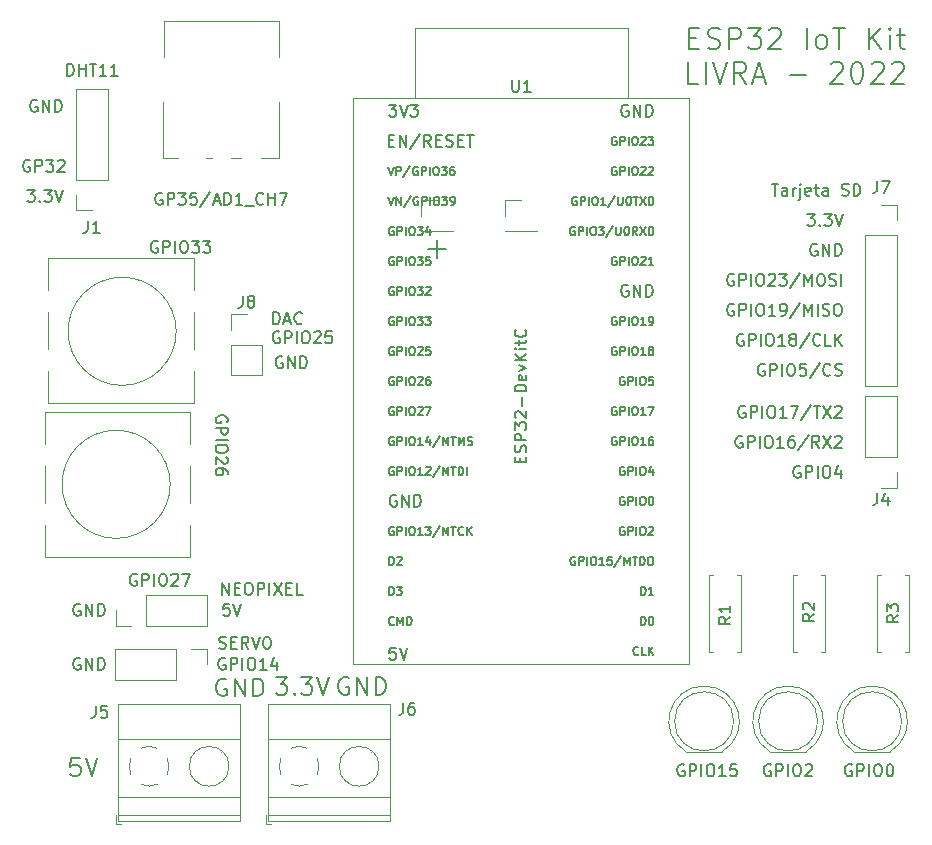
<source format=gbr>
%TF.GenerationSoftware,KiCad,Pcbnew,(6.0.2)*%
%TF.CreationDate,2022-08-31T13:55:06-03:00*%
%TF.ProjectId,placa,706c6163-612e-46b6-9963-61645f706362,rev?*%
%TF.SameCoordinates,Original*%
%TF.FileFunction,Legend,Top*%
%TF.FilePolarity,Positive*%
%FSLAX46Y46*%
G04 Gerber Fmt 4.6, Leading zero omitted, Abs format (unit mm)*
G04 Created by KiCad (PCBNEW (6.0.2)) date 2022-08-31 13:55:06*
%MOMM*%
%LPD*%
G01*
G04 APERTURE LIST*
%ADD10C,0.150000*%
%ADD11C,0.120000*%
G04 APERTURE END LIST*
D10*
X119028785Y-57412000D02*
X118933547Y-57364380D01*
X118790690Y-57364380D01*
X118647833Y-57412000D01*
X118552595Y-57507238D01*
X118504976Y-57602476D01*
X118457357Y-57792952D01*
X118457357Y-57935809D01*
X118504976Y-58126285D01*
X118552595Y-58221523D01*
X118647833Y-58316761D01*
X118790690Y-58364380D01*
X118885928Y-58364380D01*
X119028785Y-58316761D01*
X119076404Y-58269142D01*
X119076404Y-57935809D01*
X118885928Y-57935809D01*
X119504976Y-58364380D02*
X119504976Y-57364380D01*
X120076404Y-58364380D01*
X120076404Y-57364380D01*
X120552595Y-58364380D02*
X120552595Y-57364380D01*
X120790690Y-57364380D01*
X120933547Y-57412000D01*
X121028785Y-57507238D01*
X121076404Y-57602476D01*
X121124023Y-57792952D01*
X121124023Y-57935809D01*
X121076404Y-58126285D01*
X121028785Y-58221523D01*
X120933547Y-58316761D01*
X120790690Y-58364380D01*
X120552595Y-58364380D01*
X55538952Y-43124380D02*
X55538952Y-42124380D01*
X55777047Y-42124380D01*
X55919904Y-42172000D01*
X56015142Y-42267238D01*
X56062761Y-42362476D01*
X56110380Y-42552952D01*
X56110380Y-42695809D01*
X56062761Y-42886285D01*
X56015142Y-42981523D01*
X55919904Y-43076761D01*
X55777047Y-43124380D01*
X55538952Y-43124380D01*
X56538952Y-43124380D02*
X56538952Y-42124380D01*
X56538952Y-42600571D02*
X57110380Y-42600571D01*
X57110380Y-43124380D02*
X57110380Y-42124380D01*
X57443714Y-42124380D02*
X58015142Y-42124380D01*
X57729428Y-43124380D02*
X57729428Y-42124380D01*
X58872285Y-43124380D02*
X58300857Y-43124380D01*
X58586571Y-43124380D02*
X58586571Y-42124380D01*
X58491333Y-42267238D01*
X58396095Y-42362476D01*
X58300857Y-42410095D01*
X59824666Y-43124380D02*
X59253238Y-43124380D01*
X59538952Y-43124380D02*
X59538952Y-42124380D01*
X59443714Y-42267238D01*
X59348476Y-42362476D01*
X59253238Y-42410095D01*
X56610285Y-100905571D02*
X55896000Y-100905571D01*
X55824571Y-101619857D01*
X55896000Y-101548428D01*
X56038857Y-101477000D01*
X56396000Y-101477000D01*
X56538857Y-101548428D01*
X56610285Y-101619857D01*
X56681714Y-101762714D01*
X56681714Y-102119857D01*
X56610285Y-102262714D01*
X56538857Y-102334142D01*
X56396000Y-102405571D01*
X56038857Y-102405571D01*
X55896000Y-102334142D01*
X55824571Y-102262714D01*
X57110285Y-100905571D02*
X57610285Y-102405571D01*
X58110285Y-100905571D01*
X114600214Y-67572000D02*
X114504976Y-67524380D01*
X114362119Y-67524380D01*
X114219261Y-67572000D01*
X114124023Y-67667238D01*
X114076404Y-67762476D01*
X114028785Y-67952952D01*
X114028785Y-68095809D01*
X114076404Y-68286285D01*
X114124023Y-68381523D01*
X114219261Y-68476761D01*
X114362119Y-68524380D01*
X114457357Y-68524380D01*
X114600214Y-68476761D01*
X114647833Y-68429142D01*
X114647833Y-68095809D01*
X114457357Y-68095809D01*
X115076404Y-68524380D02*
X115076404Y-67524380D01*
X115457357Y-67524380D01*
X115552595Y-67572000D01*
X115600214Y-67619619D01*
X115647833Y-67714857D01*
X115647833Y-67857714D01*
X115600214Y-67952952D01*
X115552595Y-68000571D01*
X115457357Y-68048190D01*
X115076404Y-68048190D01*
X116076404Y-68524380D02*
X116076404Y-67524380D01*
X116743071Y-67524380D02*
X116933547Y-67524380D01*
X117028785Y-67572000D01*
X117124023Y-67667238D01*
X117171642Y-67857714D01*
X117171642Y-68191047D01*
X117124023Y-68381523D01*
X117028785Y-68476761D01*
X116933547Y-68524380D01*
X116743071Y-68524380D01*
X116647833Y-68476761D01*
X116552595Y-68381523D01*
X116504976Y-68191047D01*
X116504976Y-67857714D01*
X116552595Y-67667238D01*
X116647833Y-67572000D01*
X116743071Y-67524380D01*
X118076404Y-67524380D02*
X117600214Y-67524380D01*
X117552595Y-68000571D01*
X117600214Y-67952952D01*
X117695452Y-67905333D01*
X117933547Y-67905333D01*
X118028785Y-67952952D01*
X118076404Y-68000571D01*
X118124023Y-68095809D01*
X118124023Y-68333904D01*
X118076404Y-68429142D01*
X118028785Y-68476761D01*
X117933547Y-68524380D01*
X117695452Y-68524380D01*
X117600214Y-68476761D01*
X117552595Y-68429142D01*
X119266880Y-67476761D02*
X118409738Y-68762476D01*
X120171642Y-68429142D02*
X120124023Y-68476761D01*
X119981166Y-68524380D01*
X119885928Y-68524380D01*
X119743071Y-68476761D01*
X119647833Y-68381523D01*
X119600214Y-68286285D01*
X119552595Y-68095809D01*
X119552595Y-67952952D01*
X119600214Y-67762476D01*
X119647833Y-67667238D01*
X119743071Y-67572000D01*
X119885928Y-67524380D01*
X119981166Y-67524380D01*
X120124023Y-67572000D01*
X120171642Y-67619619D01*
X120552595Y-68476761D02*
X120695452Y-68524380D01*
X120933547Y-68524380D01*
X121028785Y-68476761D01*
X121076404Y-68429142D01*
X121124023Y-68333904D01*
X121124023Y-68238666D01*
X121076404Y-68143428D01*
X121028785Y-68095809D01*
X120933547Y-68048190D01*
X120743071Y-68000571D01*
X120647833Y-67952952D01*
X120600214Y-67905333D01*
X120552595Y-67810095D01*
X120552595Y-67714857D01*
X120600214Y-67619619D01*
X120647833Y-67572000D01*
X120743071Y-67524380D01*
X120981166Y-67524380D01*
X121124023Y-67572000D01*
X69278523Y-87844380D02*
X68802333Y-87844380D01*
X68754714Y-88320571D01*
X68802333Y-88272952D01*
X68897571Y-88225333D01*
X69135666Y-88225333D01*
X69230904Y-88272952D01*
X69278523Y-88320571D01*
X69326142Y-88415809D01*
X69326142Y-88653904D01*
X69278523Y-88749142D01*
X69230904Y-88796761D01*
X69135666Y-88844380D01*
X68897571Y-88844380D01*
X68802333Y-88796761D01*
X68754714Y-88749142D01*
X69611857Y-87844380D02*
X69945190Y-88844380D01*
X70278523Y-87844380D01*
X68675666Y-87066380D02*
X68675666Y-86066380D01*
X69247095Y-87066380D01*
X69247095Y-86066380D01*
X69723285Y-86542571D02*
X70056619Y-86542571D01*
X70199476Y-87066380D02*
X69723285Y-87066380D01*
X69723285Y-86066380D01*
X70199476Y-86066380D01*
X70818523Y-86066380D02*
X71009000Y-86066380D01*
X71104238Y-86114000D01*
X71199476Y-86209238D01*
X71247095Y-86399714D01*
X71247095Y-86733047D01*
X71199476Y-86923523D01*
X71104238Y-87018761D01*
X71009000Y-87066380D01*
X70818523Y-87066380D01*
X70723285Y-87018761D01*
X70628047Y-86923523D01*
X70580428Y-86733047D01*
X70580428Y-86399714D01*
X70628047Y-86209238D01*
X70723285Y-86114000D01*
X70818523Y-86066380D01*
X71675666Y-87066380D02*
X71675666Y-86066380D01*
X72056619Y-86066380D01*
X72151857Y-86114000D01*
X72199476Y-86161619D01*
X72247095Y-86256857D01*
X72247095Y-86399714D01*
X72199476Y-86494952D01*
X72151857Y-86542571D01*
X72056619Y-86590190D01*
X71675666Y-86590190D01*
X72675666Y-87066380D02*
X72675666Y-86066380D01*
X73056619Y-86066380D02*
X73723285Y-87066380D01*
X73723285Y-86066380D02*
X73056619Y-87066380D01*
X74104238Y-86542571D02*
X74437571Y-86542571D01*
X74580428Y-87066380D02*
X74104238Y-87066380D01*
X74104238Y-86066380D01*
X74580428Y-86066380D01*
X75485190Y-87066380D02*
X75009000Y-87066380D01*
X75009000Y-86066380D01*
X52385642Y-50300000D02*
X52290404Y-50252380D01*
X52147547Y-50252380D01*
X52004690Y-50300000D01*
X51909452Y-50395238D01*
X51861833Y-50490476D01*
X51814214Y-50680952D01*
X51814214Y-50823809D01*
X51861833Y-51014285D01*
X51909452Y-51109523D01*
X52004690Y-51204761D01*
X52147547Y-51252380D01*
X52242785Y-51252380D01*
X52385642Y-51204761D01*
X52433261Y-51157142D01*
X52433261Y-50823809D01*
X52242785Y-50823809D01*
X52861833Y-51252380D02*
X52861833Y-50252380D01*
X53242785Y-50252380D01*
X53338023Y-50300000D01*
X53385642Y-50347619D01*
X53433261Y-50442857D01*
X53433261Y-50585714D01*
X53385642Y-50680952D01*
X53338023Y-50728571D01*
X53242785Y-50776190D01*
X52861833Y-50776190D01*
X53766595Y-50252380D02*
X54385642Y-50252380D01*
X54052309Y-50633333D01*
X54195166Y-50633333D01*
X54290404Y-50680952D01*
X54338023Y-50728571D01*
X54385642Y-50823809D01*
X54385642Y-51061904D01*
X54338023Y-51157142D01*
X54290404Y-51204761D01*
X54195166Y-51252380D01*
X53909452Y-51252380D01*
X53814214Y-51204761D01*
X53766595Y-51157142D01*
X54766595Y-50347619D02*
X54814214Y-50300000D01*
X54909452Y-50252380D01*
X55147547Y-50252380D01*
X55242785Y-50300000D01*
X55290404Y-50347619D01*
X55338023Y-50442857D01*
X55338023Y-50538095D01*
X55290404Y-50680952D01*
X54718976Y-51252380D01*
X55338023Y-51252380D01*
X118219261Y-54824380D02*
X118838309Y-54824380D01*
X118504976Y-55205333D01*
X118647833Y-55205333D01*
X118743071Y-55252952D01*
X118790690Y-55300571D01*
X118838309Y-55395809D01*
X118838309Y-55633904D01*
X118790690Y-55729142D01*
X118743071Y-55776761D01*
X118647833Y-55824380D01*
X118362119Y-55824380D01*
X118266880Y-55776761D01*
X118219261Y-55729142D01*
X119266880Y-55729142D02*
X119314500Y-55776761D01*
X119266880Y-55824380D01*
X119219261Y-55776761D01*
X119266880Y-55729142D01*
X119266880Y-55824380D01*
X119647833Y-54824380D02*
X120266880Y-54824380D01*
X119933547Y-55205333D01*
X120076404Y-55205333D01*
X120171642Y-55252952D01*
X120219261Y-55300571D01*
X120266880Y-55395809D01*
X120266880Y-55633904D01*
X120219261Y-55729142D01*
X120171642Y-55776761D01*
X120076404Y-55824380D01*
X119790690Y-55824380D01*
X119695452Y-55776761D01*
X119647833Y-55729142D01*
X120552595Y-54824380D02*
X120885928Y-55824380D01*
X121219261Y-54824380D01*
X61420619Y-85352000D02*
X61325380Y-85304380D01*
X61182523Y-85304380D01*
X61039666Y-85352000D01*
X60944428Y-85447238D01*
X60896809Y-85542476D01*
X60849190Y-85732952D01*
X60849190Y-85875809D01*
X60896809Y-86066285D01*
X60944428Y-86161523D01*
X61039666Y-86256761D01*
X61182523Y-86304380D01*
X61277761Y-86304380D01*
X61420619Y-86256761D01*
X61468238Y-86209142D01*
X61468238Y-85875809D01*
X61277761Y-85875809D01*
X61896809Y-86304380D02*
X61896809Y-85304380D01*
X62277761Y-85304380D01*
X62373000Y-85352000D01*
X62420619Y-85399619D01*
X62468238Y-85494857D01*
X62468238Y-85637714D01*
X62420619Y-85732952D01*
X62373000Y-85780571D01*
X62277761Y-85828190D01*
X61896809Y-85828190D01*
X62896809Y-86304380D02*
X62896809Y-85304380D01*
X63563476Y-85304380D02*
X63753952Y-85304380D01*
X63849190Y-85352000D01*
X63944428Y-85447238D01*
X63992047Y-85637714D01*
X63992047Y-85971047D01*
X63944428Y-86161523D01*
X63849190Y-86256761D01*
X63753952Y-86304380D01*
X63563476Y-86304380D01*
X63468238Y-86256761D01*
X63373000Y-86161523D01*
X63325380Y-85971047D01*
X63325380Y-85637714D01*
X63373000Y-85447238D01*
X63468238Y-85352000D01*
X63563476Y-85304380D01*
X64373000Y-85399619D02*
X64420619Y-85352000D01*
X64515857Y-85304380D01*
X64753952Y-85304380D01*
X64849190Y-85352000D01*
X64896809Y-85399619D01*
X64944428Y-85494857D01*
X64944428Y-85590095D01*
X64896809Y-85732952D01*
X64325380Y-86304380D01*
X64944428Y-86304380D01*
X65277761Y-85304380D02*
X65944428Y-85304380D01*
X65515857Y-86304380D01*
X69021142Y-94246000D02*
X68878285Y-94174571D01*
X68664000Y-94174571D01*
X68449714Y-94246000D01*
X68306857Y-94388857D01*
X68235428Y-94531714D01*
X68164000Y-94817428D01*
X68164000Y-95031714D01*
X68235428Y-95317428D01*
X68306857Y-95460285D01*
X68449714Y-95603142D01*
X68664000Y-95674571D01*
X68806857Y-95674571D01*
X69021142Y-95603142D01*
X69092571Y-95531714D01*
X69092571Y-95031714D01*
X68806857Y-95031714D01*
X69735428Y-95674571D02*
X69735428Y-94174571D01*
X70592571Y-95674571D01*
X70592571Y-94174571D01*
X71306857Y-95674571D02*
X71306857Y-94174571D01*
X71664000Y-94174571D01*
X71878285Y-94246000D01*
X72021142Y-94388857D01*
X72092571Y-94531714D01*
X72164000Y-94817428D01*
X72164000Y-95031714D01*
X72092571Y-95317428D01*
X72021142Y-95460285D01*
X71878285Y-95603142D01*
X71664000Y-95674571D01*
X71306857Y-95674571D01*
X73223714Y-94047571D02*
X74152285Y-94047571D01*
X73652285Y-94619000D01*
X73866571Y-94619000D01*
X74009428Y-94690428D01*
X74080857Y-94761857D01*
X74152285Y-94904714D01*
X74152285Y-95261857D01*
X74080857Y-95404714D01*
X74009428Y-95476142D01*
X73866571Y-95547571D01*
X73438000Y-95547571D01*
X73295142Y-95476142D01*
X73223714Y-95404714D01*
X74795142Y-95404714D02*
X74866571Y-95476142D01*
X74795142Y-95547571D01*
X74723714Y-95476142D01*
X74795142Y-95404714D01*
X74795142Y-95547571D01*
X75366571Y-94047571D02*
X76295142Y-94047571D01*
X75795142Y-94619000D01*
X76009428Y-94619000D01*
X76152285Y-94690428D01*
X76223714Y-94761857D01*
X76295142Y-94904714D01*
X76295142Y-95261857D01*
X76223714Y-95404714D01*
X76152285Y-95476142D01*
X76009428Y-95547571D01*
X75580857Y-95547571D01*
X75438000Y-95476142D01*
X75366571Y-95404714D01*
X76723714Y-94047571D02*
X77223714Y-95547571D01*
X77723714Y-94047571D01*
X56642095Y-87892000D02*
X56546857Y-87844380D01*
X56404000Y-87844380D01*
X56261142Y-87892000D01*
X56165904Y-87987238D01*
X56118285Y-88082476D01*
X56070666Y-88272952D01*
X56070666Y-88415809D01*
X56118285Y-88606285D01*
X56165904Y-88701523D01*
X56261142Y-88796761D01*
X56404000Y-88844380D01*
X56499238Y-88844380D01*
X56642095Y-88796761D01*
X56689714Y-88749142D01*
X56689714Y-88415809D01*
X56499238Y-88415809D01*
X57118285Y-88844380D02*
X57118285Y-87844380D01*
X57689714Y-88844380D01*
X57689714Y-87844380D01*
X58165904Y-88844380D02*
X58165904Y-87844380D01*
X58404000Y-87844380D01*
X58546857Y-87892000D01*
X58642095Y-87987238D01*
X58689714Y-88082476D01*
X58737333Y-88272952D01*
X58737333Y-88415809D01*
X58689714Y-88606285D01*
X58642095Y-88701523D01*
X58546857Y-88796761D01*
X58404000Y-88844380D01*
X58165904Y-88844380D01*
X111981166Y-62492000D02*
X111885928Y-62444380D01*
X111743071Y-62444380D01*
X111600214Y-62492000D01*
X111504976Y-62587238D01*
X111457357Y-62682476D01*
X111409738Y-62872952D01*
X111409738Y-63015809D01*
X111457357Y-63206285D01*
X111504976Y-63301523D01*
X111600214Y-63396761D01*
X111743071Y-63444380D01*
X111838309Y-63444380D01*
X111981166Y-63396761D01*
X112028785Y-63349142D01*
X112028785Y-63015809D01*
X111838309Y-63015809D01*
X112457357Y-63444380D02*
X112457357Y-62444380D01*
X112838309Y-62444380D01*
X112933547Y-62492000D01*
X112981166Y-62539619D01*
X113028785Y-62634857D01*
X113028785Y-62777714D01*
X112981166Y-62872952D01*
X112933547Y-62920571D01*
X112838309Y-62968190D01*
X112457357Y-62968190D01*
X113457357Y-63444380D02*
X113457357Y-62444380D01*
X114124023Y-62444380D02*
X114314500Y-62444380D01*
X114409738Y-62492000D01*
X114504976Y-62587238D01*
X114552595Y-62777714D01*
X114552595Y-63111047D01*
X114504976Y-63301523D01*
X114409738Y-63396761D01*
X114314500Y-63444380D01*
X114124023Y-63444380D01*
X114028785Y-63396761D01*
X113933547Y-63301523D01*
X113885928Y-63111047D01*
X113885928Y-62777714D01*
X113933547Y-62587238D01*
X114028785Y-62492000D01*
X114124023Y-62444380D01*
X115504976Y-63444380D02*
X114933547Y-63444380D01*
X115219261Y-63444380D02*
X115219261Y-62444380D01*
X115124023Y-62587238D01*
X115028785Y-62682476D01*
X114933547Y-62730095D01*
X115981166Y-63444380D02*
X116171642Y-63444380D01*
X116266880Y-63396761D01*
X116314500Y-63349142D01*
X116409738Y-63206285D01*
X116457357Y-63015809D01*
X116457357Y-62634857D01*
X116409738Y-62539619D01*
X116362119Y-62492000D01*
X116266880Y-62444380D01*
X116076404Y-62444380D01*
X115981166Y-62492000D01*
X115933547Y-62539619D01*
X115885928Y-62634857D01*
X115885928Y-62872952D01*
X115933547Y-62968190D01*
X115981166Y-63015809D01*
X116076404Y-63063428D01*
X116266880Y-63063428D01*
X116362119Y-63015809D01*
X116409738Y-62968190D01*
X116457357Y-62872952D01*
X117600214Y-62396761D02*
X116743071Y-63682476D01*
X117933547Y-63444380D02*
X117933547Y-62444380D01*
X118266880Y-63158666D01*
X118600214Y-62444380D01*
X118600214Y-63444380D01*
X119076404Y-63444380D02*
X119076404Y-62444380D01*
X119504976Y-63396761D02*
X119647833Y-63444380D01*
X119885928Y-63444380D01*
X119981166Y-63396761D01*
X120028785Y-63349142D01*
X120076404Y-63253904D01*
X120076404Y-63158666D01*
X120028785Y-63063428D01*
X119981166Y-63015809D01*
X119885928Y-62968190D01*
X119695452Y-62920571D01*
X119600214Y-62872952D01*
X119552595Y-62825333D01*
X119504976Y-62730095D01*
X119504976Y-62634857D01*
X119552595Y-62539619D01*
X119600214Y-62492000D01*
X119695452Y-62444380D01*
X119933547Y-62444380D01*
X120076404Y-62492000D01*
X120695452Y-62444380D02*
X120885928Y-62444380D01*
X120981166Y-62492000D01*
X121076404Y-62587238D01*
X121124023Y-62777714D01*
X121124023Y-63111047D01*
X121076404Y-63301523D01*
X120981166Y-63396761D01*
X120885928Y-63444380D01*
X120695452Y-63444380D01*
X120600214Y-63396761D01*
X120504976Y-63301523D01*
X120457357Y-63111047D01*
X120457357Y-62777714D01*
X120504976Y-62587238D01*
X120600214Y-62492000D01*
X120695452Y-62444380D01*
X56642095Y-92464000D02*
X56546857Y-92416380D01*
X56404000Y-92416380D01*
X56261142Y-92464000D01*
X56165904Y-92559238D01*
X56118285Y-92654476D01*
X56070666Y-92844952D01*
X56070666Y-92987809D01*
X56118285Y-93178285D01*
X56165904Y-93273523D01*
X56261142Y-93368761D01*
X56404000Y-93416380D01*
X56499238Y-93416380D01*
X56642095Y-93368761D01*
X56689714Y-93321142D01*
X56689714Y-92987809D01*
X56499238Y-92987809D01*
X57118285Y-93416380D02*
X57118285Y-92416380D01*
X57689714Y-93416380D01*
X57689714Y-92416380D01*
X58165904Y-93416380D02*
X58165904Y-92416380D01*
X58404000Y-92416380D01*
X58546857Y-92464000D01*
X58642095Y-92559238D01*
X58689714Y-92654476D01*
X58737333Y-92844952D01*
X58737333Y-92987809D01*
X58689714Y-93178285D01*
X58642095Y-93273523D01*
X58546857Y-93368761D01*
X58404000Y-93416380D01*
X58165904Y-93416380D01*
X115109809Y-101481000D02*
X115014571Y-101433380D01*
X114871714Y-101433380D01*
X114728857Y-101481000D01*
X114633619Y-101576238D01*
X114586000Y-101671476D01*
X114538380Y-101861952D01*
X114538380Y-102004809D01*
X114586000Y-102195285D01*
X114633619Y-102290523D01*
X114728857Y-102385761D01*
X114871714Y-102433380D01*
X114966952Y-102433380D01*
X115109809Y-102385761D01*
X115157428Y-102338142D01*
X115157428Y-102004809D01*
X114966952Y-102004809D01*
X115586000Y-102433380D02*
X115586000Y-101433380D01*
X115966952Y-101433380D01*
X116062190Y-101481000D01*
X116109809Y-101528619D01*
X116157428Y-101623857D01*
X116157428Y-101766714D01*
X116109809Y-101861952D01*
X116062190Y-101909571D01*
X115966952Y-101957190D01*
X115586000Y-101957190D01*
X116586000Y-102433380D02*
X116586000Y-101433380D01*
X117252666Y-101433380D02*
X117443142Y-101433380D01*
X117538380Y-101481000D01*
X117633619Y-101576238D01*
X117681238Y-101766714D01*
X117681238Y-102100047D01*
X117633619Y-102290523D01*
X117538380Y-102385761D01*
X117443142Y-102433380D01*
X117252666Y-102433380D01*
X117157428Y-102385761D01*
X117062190Y-102290523D01*
X117014571Y-102100047D01*
X117014571Y-101766714D01*
X117062190Y-101576238D01*
X117157428Y-101481000D01*
X117252666Y-101433380D01*
X118062190Y-101528619D02*
X118109809Y-101481000D01*
X118205047Y-101433380D01*
X118443142Y-101433380D01*
X118538380Y-101481000D01*
X118586000Y-101528619D01*
X118633619Y-101623857D01*
X118633619Y-101719095D01*
X118586000Y-101861952D01*
X118014571Y-102433380D01*
X118633619Y-102433380D01*
X69080000Y-72469619D02*
X69127619Y-72374380D01*
X69127619Y-72231523D01*
X69080000Y-72088666D01*
X68984761Y-71993428D01*
X68889523Y-71945809D01*
X68699047Y-71898190D01*
X68556190Y-71898190D01*
X68365714Y-71945809D01*
X68270476Y-71993428D01*
X68175238Y-72088666D01*
X68127619Y-72231523D01*
X68127619Y-72326761D01*
X68175238Y-72469619D01*
X68222857Y-72517238D01*
X68556190Y-72517238D01*
X68556190Y-72326761D01*
X68127619Y-72945809D02*
X69127619Y-72945809D01*
X69127619Y-73326761D01*
X69080000Y-73422000D01*
X69032380Y-73469619D01*
X68937142Y-73517238D01*
X68794285Y-73517238D01*
X68699047Y-73469619D01*
X68651428Y-73422000D01*
X68603809Y-73326761D01*
X68603809Y-72945809D01*
X68127619Y-73945809D02*
X69127619Y-73945809D01*
X69127619Y-74612476D02*
X69127619Y-74802952D01*
X69080000Y-74898190D01*
X68984761Y-74993428D01*
X68794285Y-75041047D01*
X68460952Y-75041047D01*
X68270476Y-74993428D01*
X68175238Y-74898190D01*
X68127619Y-74802952D01*
X68127619Y-74612476D01*
X68175238Y-74517238D01*
X68270476Y-74422000D01*
X68460952Y-74374380D01*
X68794285Y-74374380D01*
X68984761Y-74422000D01*
X69080000Y-74517238D01*
X69127619Y-74612476D01*
X69032380Y-75422000D02*
X69080000Y-75469619D01*
X69127619Y-75564857D01*
X69127619Y-75802952D01*
X69080000Y-75898190D01*
X69032380Y-75945809D01*
X68937142Y-75993428D01*
X68841904Y-75993428D01*
X68699047Y-75945809D01*
X68127619Y-75374380D01*
X68127619Y-75993428D01*
X69127619Y-76850571D02*
X69127619Y-76660095D01*
X69080000Y-76564857D01*
X69032380Y-76517238D01*
X68889523Y-76422000D01*
X68699047Y-76374380D01*
X68318095Y-76374380D01*
X68222857Y-76422000D01*
X68175238Y-76469619D01*
X68127619Y-76564857D01*
X68127619Y-76755333D01*
X68175238Y-76850571D01*
X68222857Y-76898190D01*
X68318095Y-76945809D01*
X68556190Y-76945809D01*
X68651428Y-76898190D01*
X68699047Y-76850571D01*
X68746666Y-76755333D01*
X68746666Y-76564857D01*
X68699047Y-76469619D01*
X68651428Y-76422000D01*
X68556190Y-76374380D01*
X112933547Y-71128000D02*
X112838309Y-71080380D01*
X112695452Y-71080380D01*
X112552595Y-71128000D01*
X112457357Y-71223238D01*
X112409738Y-71318476D01*
X112362119Y-71508952D01*
X112362119Y-71651809D01*
X112409738Y-71842285D01*
X112457357Y-71937523D01*
X112552595Y-72032761D01*
X112695452Y-72080380D01*
X112790690Y-72080380D01*
X112933547Y-72032761D01*
X112981166Y-71985142D01*
X112981166Y-71651809D01*
X112790690Y-71651809D01*
X113409738Y-72080380D02*
X113409738Y-71080380D01*
X113790690Y-71080380D01*
X113885928Y-71128000D01*
X113933547Y-71175619D01*
X113981166Y-71270857D01*
X113981166Y-71413714D01*
X113933547Y-71508952D01*
X113885928Y-71556571D01*
X113790690Y-71604190D01*
X113409738Y-71604190D01*
X114409738Y-72080380D02*
X114409738Y-71080380D01*
X115076404Y-71080380D02*
X115266880Y-71080380D01*
X115362119Y-71128000D01*
X115457357Y-71223238D01*
X115504976Y-71413714D01*
X115504976Y-71747047D01*
X115457357Y-71937523D01*
X115362119Y-72032761D01*
X115266880Y-72080380D01*
X115076404Y-72080380D01*
X114981166Y-72032761D01*
X114885928Y-71937523D01*
X114838309Y-71747047D01*
X114838309Y-71413714D01*
X114885928Y-71223238D01*
X114981166Y-71128000D01*
X115076404Y-71080380D01*
X116457357Y-72080380D02*
X115885928Y-72080380D01*
X116171642Y-72080380D02*
X116171642Y-71080380D01*
X116076404Y-71223238D01*
X115981166Y-71318476D01*
X115885928Y-71366095D01*
X116790690Y-71080380D02*
X117457357Y-71080380D01*
X117028785Y-72080380D01*
X118552595Y-71032761D02*
X117695452Y-72318476D01*
X118743071Y-71080380D02*
X119314500Y-71080380D01*
X119028785Y-72080380D02*
X119028785Y-71080380D01*
X119552595Y-71080380D02*
X120219261Y-72080380D01*
X120219261Y-71080380D02*
X119552595Y-72080380D01*
X120552595Y-71175619D02*
X120600214Y-71128000D01*
X120695452Y-71080380D01*
X120933547Y-71080380D01*
X121028785Y-71128000D01*
X121076404Y-71175619D01*
X121124023Y-71270857D01*
X121124023Y-71366095D01*
X121076404Y-71508952D01*
X120504976Y-72080380D01*
X121124023Y-72080380D01*
X72979595Y-64163380D02*
X72979595Y-63163380D01*
X73217690Y-63163380D01*
X73360547Y-63211000D01*
X73455785Y-63306238D01*
X73503404Y-63401476D01*
X73551023Y-63591952D01*
X73551023Y-63734809D01*
X73503404Y-63925285D01*
X73455785Y-64020523D01*
X73360547Y-64115761D01*
X73217690Y-64163380D01*
X72979595Y-64163380D01*
X73931976Y-63877666D02*
X74408166Y-63877666D01*
X73836738Y-64163380D02*
X74170071Y-63163380D01*
X74503404Y-64163380D01*
X75408166Y-64068142D02*
X75360547Y-64115761D01*
X75217690Y-64163380D01*
X75122452Y-64163380D01*
X74979595Y-64115761D01*
X74884357Y-64020523D01*
X74836738Y-63925285D01*
X74789119Y-63734809D01*
X74789119Y-63591952D01*
X74836738Y-63401476D01*
X74884357Y-63306238D01*
X74979595Y-63211000D01*
X75122452Y-63163380D01*
X75217690Y-63163380D01*
X75360547Y-63211000D01*
X75408166Y-63258619D01*
X73503404Y-64821000D02*
X73408166Y-64773380D01*
X73265309Y-64773380D01*
X73122452Y-64821000D01*
X73027214Y-64916238D01*
X72979595Y-65011476D01*
X72931976Y-65201952D01*
X72931976Y-65344809D01*
X72979595Y-65535285D01*
X73027214Y-65630523D01*
X73122452Y-65725761D01*
X73265309Y-65773380D01*
X73360547Y-65773380D01*
X73503404Y-65725761D01*
X73551023Y-65678142D01*
X73551023Y-65344809D01*
X73360547Y-65344809D01*
X73979595Y-65773380D02*
X73979595Y-64773380D01*
X74360547Y-64773380D01*
X74455785Y-64821000D01*
X74503404Y-64868619D01*
X74551023Y-64963857D01*
X74551023Y-65106714D01*
X74503404Y-65201952D01*
X74455785Y-65249571D01*
X74360547Y-65297190D01*
X73979595Y-65297190D01*
X74979595Y-65773380D02*
X74979595Y-64773380D01*
X75646261Y-64773380D02*
X75836738Y-64773380D01*
X75931976Y-64821000D01*
X76027214Y-64916238D01*
X76074833Y-65106714D01*
X76074833Y-65440047D01*
X76027214Y-65630523D01*
X75931976Y-65725761D01*
X75836738Y-65773380D01*
X75646261Y-65773380D01*
X75551023Y-65725761D01*
X75455785Y-65630523D01*
X75408166Y-65440047D01*
X75408166Y-65106714D01*
X75455785Y-64916238D01*
X75551023Y-64821000D01*
X75646261Y-64773380D01*
X76455785Y-64868619D02*
X76503404Y-64821000D01*
X76598642Y-64773380D01*
X76836738Y-64773380D01*
X76931976Y-64821000D01*
X76979595Y-64868619D01*
X77027214Y-64963857D01*
X77027214Y-65059095D01*
X76979595Y-65201952D01*
X76408166Y-65773380D01*
X77027214Y-65773380D01*
X77931976Y-64773380D02*
X77455785Y-64773380D01*
X77408166Y-65249571D01*
X77455785Y-65201952D01*
X77551023Y-65154333D01*
X77789119Y-65154333D01*
X77884357Y-65201952D01*
X77931976Y-65249571D01*
X77979595Y-65344809D01*
X77979595Y-65582904D01*
X77931976Y-65678142D01*
X77884357Y-65725761D01*
X77789119Y-65773380D01*
X77551023Y-65773380D01*
X77455785Y-65725761D01*
X77408166Y-65678142D01*
X108221000Y-39951428D02*
X108821000Y-39951428D01*
X109078142Y-40894285D02*
X108221000Y-40894285D01*
X108221000Y-39094285D01*
X109078142Y-39094285D01*
X109763857Y-40808571D02*
X110021000Y-40894285D01*
X110449571Y-40894285D01*
X110621000Y-40808571D01*
X110706714Y-40722857D01*
X110792428Y-40551428D01*
X110792428Y-40380000D01*
X110706714Y-40208571D01*
X110621000Y-40122857D01*
X110449571Y-40037142D01*
X110106714Y-39951428D01*
X109935285Y-39865714D01*
X109849571Y-39780000D01*
X109763857Y-39608571D01*
X109763857Y-39437142D01*
X109849571Y-39265714D01*
X109935285Y-39180000D01*
X110106714Y-39094285D01*
X110535285Y-39094285D01*
X110792428Y-39180000D01*
X111563857Y-40894285D02*
X111563857Y-39094285D01*
X112249571Y-39094285D01*
X112421000Y-39180000D01*
X112506714Y-39265714D01*
X112592428Y-39437142D01*
X112592428Y-39694285D01*
X112506714Y-39865714D01*
X112421000Y-39951428D01*
X112249571Y-40037142D01*
X111563857Y-40037142D01*
X113192428Y-39094285D02*
X114306714Y-39094285D01*
X113706714Y-39780000D01*
X113963857Y-39780000D01*
X114135285Y-39865714D01*
X114221000Y-39951428D01*
X114306714Y-40122857D01*
X114306714Y-40551428D01*
X114221000Y-40722857D01*
X114135285Y-40808571D01*
X113963857Y-40894285D01*
X113449571Y-40894285D01*
X113278142Y-40808571D01*
X113192428Y-40722857D01*
X114992428Y-39265714D02*
X115078142Y-39180000D01*
X115249571Y-39094285D01*
X115678142Y-39094285D01*
X115849571Y-39180000D01*
X115935285Y-39265714D01*
X116021000Y-39437142D01*
X116021000Y-39608571D01*
X115935285Y-39865714D01*
X114906714Y-40894285D01*
X116021000Y-40894285D01*
X118163857Y-40894285D02*
X118163857Y-39094285D01*
X119278142Y-40894285D02*
X119106714Y-40808571D01*
X119021000Y-40722857D01*
X118935285Y-40551428D01*
X118935285Y-40037142D01*
X119021000Y-39865714D01*
X119106714Y-39780000D01*
X119278142Y-39694285D01*
X119535285Y-39694285D01*
X119706714Y-39780000D01*
X119792428Y-39865714D01*
X119878142Y-40037142D01*
X119878142Y-40551428D01*
X119792428Y-40722857D01*
X119706714Y-40808571D01*
X119535285Y-40894285D01*
X119278142Y-40894285D01*
X120392428Y-39094285D02*
X121421000Y-39094285D01*
X120906714Y-40894285D02*
X120906714Y-39094285D01*
X123392428Y-40894285D02*
X123392428Y-39094285D01*
X124421000Y-40894285D02*
X123649571Y-39865714D01*
X124421000Y-39094285D02*
X123392428Y-40122857D01*
X125192428Y-40894285D02*
X125192428Y-39694285D01*
X125192428Y-39094285D02*
X125106714Y-39180000D01*
X125192428Y-39265714D01*
X125278142Y-39180000D01*
X125192428Y-39094285D01*
X125192428Y-39265714D01*
X125792428Y-39694285D02*
X126478142Y-39694285D01*
X126049571Y-39094285D02*
X126049571Y-40637142D01*
X126135285Y-40808571D01*
X126306714Y-40894285D01*
X126478142Y-40894285D01*
X108992428Y-43792285D02*
X108135285Y-43792285D01*
X108135285Y-41992285D01*
X109592428Y-43792285D02*
X109592428Y-41992285D01*
X110192428Y-41992285D02*
X110792428Y-43792285D01*
X111392428Y-41992285D01*
X113021000Y-43792285D02*
X112421000Y-42935142D01*
X111992428Y-43792285D02*
X111992428Y-41992285D01*
X112678142Y-41992285D01*
X112849571Y-42078000D01*
X112935285Y-42163714D01*
X113021000Y-42335142D01*
X113021000Y-42592285D01*
X112935285Y-42763714D01*
X112849571Y-42849428D01*
X112678142Y-42935142D01*
X111992428Y-42935142D01*
X113706714Y-43278000D02*
X114563857Y-43278000D01*
X113535285Y-43792285D02*
X114135285Y-41992285D01*
X114735285Y-43792285D01*
X116706714Y-43106571D02*
X118078142Y-43106571D01*
X120221000Y-42163714D02*
X120306714Y-42078000D01*
X120478142Y-41992285D01*
X120906714Y-41992285D01*
X121078142Y-42078000D01*
X121163857Y-42163714D01*
X121249571Y-42335142D01*
X121249571Y-42506571D01*
X121163857Y-42763714D01*
X120135285Y-43792285D01*
X121249571Y-43792285D01*
X122363857Y-41992285D02*
X122535285Y-41992285D01*
X122706714Y-42078000D01*
X122792428Y-42163714D01*
X122878142Y-42335142D01*
X122963857Y-42678000D01*
X122963857Y-43106571D01*
X122878142Y-43449428D01*
X122792428Y-43620857D01*
X122706714Y-43706571D01*
X122535285Y-43792285D01*
X122363857Y-43792285D01*
X122192428Y-43706571D01*
X122106714Y-43620857D01*
X122021000Y-43449428D01*
X121935285Y-43106571D01*
X121935285Y-42678000D01*
X122021000Y-42335142D01*
X122106714Y-42163714D01*
X122192428Y-42078000D01*
X122363857Y-41992285D01*
X123649571Y-42163714D02*
X123735285Y-42078000D01*
X123906714Y-41992285D01*
X124335285Y-41992285D01*
X124506714Y-42078000D01*
X124592428Y-42163714D01*
X124678142Y-42335142D01*
X124678142Y-42506571D01*
X124592428Y-42763714D01*
X123563857Y-43792285D01*
X124678142Y-43792285D01*
X125363857Y-42163714D02*
X125449571Y-42078000D01*
X125621000Y-41992285D01*
X126049571Y-41992285D01*
X126221000Y-42078000D01*
X126306714Y-42163714D01*
X126392428Y-42335142D01*
X126392428Y-42506571D01*
X126306714Y-42763714D01*
X125278142Y-43792285D01*
X126392428Y-43792285D01*
X52988785Y-45220000D02*
X52893547Y-45172380D01*
X52750690Y-45172380D01*
X52607833Y-45220000D01*
X52512595Y-45315238D01*
X52464976Y-45410476D01*
X52417357Y-45600952D01*
X52417357Y-45743809D01*
X52464976Y-45934285D01*
X52512595Y-46029523D01*
X52607833Y-46124761D01*
X52750690Y-46172380D01*
X52845928Y-46172380D01*
X52988785Y-46124761D01*
X53036404Y-46077142D01*
X53036404Y-45743809D01*
X52845928Y-45743809D01*
X53464976Y-46172380D02*
X53464976Y-45172380D01*
X54036404Y-46172380D01*
X54036404Y-45172380D01*
X54512595Y-46172380D02*
X54512595Y-45172380D01*
X54750690Y-45172380D01*
X54893547Y-45220000D01*
X54988785Y-45315238D01*
X55036404Y-45410476D01*
X55084023Y-45600952D01*
X55084023Y-45743809D01*
X55036404Y-45934285D01*
X54988785Y-46029523D01*
X54893547Y-46124761D01*
X54750690Y-46172380D01*
X54512595Y-46172380D01*
X111981166Y-59952000D02*
X111885928Y-59904380D01*
X111743071Y-59904380D01*
X111600214Y-59952000D01*
X111504976Y-60047238D01*
X111457357Y-60142476D01*
X111409738Y-60332952D01*
X111409738Y-60475809D01*
X111457357Y-60666285D01*
X111504976Y-60761523D01*
X111600214Y-60856761D01*
X111743071Y-60904380D01*
X111838309Y-60904380D01*
X111981166Y-60856761D01*
X112028785Y-60809142D01*
X112028785Y-60475809D01*
X111838309Y-60475809D01*
X112457357Y-60904380D02*
X112457357Y-59904380D01*
X112838309Y-59904380D01*
X112933547Y-59952000D01*
X112981166Y-59999619D01*
X113028785Y-60094857D01*
X113028785Y-60237714D01*
X112981166Y-60332952D01*
X112933547Y-60380571D01*
X112838309Y-60428190D01*
X112457357Y-60428190D01*
X113457357Y-60904380D02*
X113457357Y-59904380D01*
X114124023Y-59904380D02*
X114314500Y-59904380D01*
X114409738Y-59952000D01*
X114504976Y-60047238D01*
X114552595Y-60237714D01*
X114552595Y-60571047D01*
X114504976Y-60761523D01*
X114409738Y-60856761D01*
X114314500Y-60904380D01*
X114124023Y-60904380D01*
X114028785Y-60856761D01*
X113933547Y-60761523D01*
X113885928Y-60571047D01*
X113885928Y-60237714D01*
X113933547Y-60047238D01*
X114028785Y-59952000D01*
X114124023Y-59904380D01*
X114933547Y-59999619D02*
X114981166Y-59952000D01*
X115076404Y-59904380D01*
X115314500Y-59904380D01*
X115409738Y-59952000D01*
X115457357Y-59999619D01*
X115504976Y-60094857D01*
X115504976Y-60190095D01*
X115457357Y-60332952D01*
X114885928Y-60904380D01*
X115504976Y-60904380D01*
X115838309Y-59904380D02*
X116457357Y-59904380D01*
X116124023Y-60285333D01*
X116266880Y-60285333D01*
X116362119Y-60332952D01*
X116409738Y-60380571D01*
X116457357Y-60475809D01*
X116457357Y-60713904D01*
X116409738Y-60809142D01*
X116362119Y-60856761D01*
X116266880Y-60904380D01*
X115981166Y-60904380D01*
X115885928Y-60856761D01*
X115838309Y-60809142D01*
X117600214Y-59856761D02*
X116743071Y-61142476D01*
X117933547Y-60904380D02*
X117933547Y-59904380D01*
X118266880Y-60618666D01*
X118600214Y-59904380D01*
X118600214Y-60904380D01*
X119266880Y-59904380D02*
X119457357Y-59904380D01*
X119552595Y-59952000D01*
X119647833Y-60047238D01*
X119695452Y-60237714D01*
X119695452Y-60571047D01*
X119647833Y-60761523D01*
X119552595Y-60856761D01*
X119457357Y-60904380D01*
X119266880Y-60904380D01*
X119171642Y-60856761D01*
X119076404Y-60761523D01*
X119028785Y-60571047D01*
X119028785Y-60237714D01*
X119076404Y-60047238D01*
X119171642Y-59952000D01*
X119266880Y-59904380D01*
X120076404Y-60856761D02*
X120219261Y-60904380D01*
X120457357Y-60904380D01*
X120552595Y-60856761D01*
X120600214Y-60809142D01*
X120647833Y-60713904D01*
X120647833Y-60618666D01*
X120600214Y-60523428D01*
X120552595Y-60475809D01*
X120457357Y-60428190D01*
X120266880Y-60380571D01*
X120171642Y-60332952D01*
X120124023Y-60285333D01*
X120076404Y-60190095D01*
X120076404Y-60094857D01*
X120124023Y-59999619D01*
X120171642Y-59952000D01*
X120266880Y-59904380D01*
X120504976Y-59904380D01*
X120647833Y-59952000D01*
X121076404Y-60904380D02*
X121076404Y-59904380D01*
X79375142Y-94119000D02*
X79232285Y-94047571D01*
X79018000Y-94047571D01*
X78803714Y-94119000D01*
X78660857Y-94261857D01*
X78589428Y-94404714D01*
X78518000Y-94690428D01*
X78518000Y-94904714D01*
X78589428Y-95190428D01*
X78660857Y-95333285D01*
X78803714Y-95476142D01*
X79018000Y-95547571D01*
X79160857Y-95547571D01*
X79375142Y-95476142D01*
X79446571Y-95404714D01*
X79446571Y-94904714D01*
X79160857Y-94904714D01*
X80089428Y-95547571D02*
X80089428Y-94047571D01*
X80946571Y-95547571D01*
X80946571Y-94047571D01*
X81660857Y-95547571D02*
X81660857Y-94047571D01*
X82018000Y-94047571D01*
X82232285Y-94119000D01*
X82375142Y-94261857D01*
X82446571Y-94404714D01*
X82518000Y-94690428D01*
X82518000Y-94904714D01*
X82446571Y-95190428D01*
X82375142Y-95333285D01*
X82232285Y-95476142D01*
X82018000Y-95547571D01*
X81660857Y-95547571D01*
X68421523Y-91590761D02*
X68564380Y-91638380D01*
X68802476Y-91638380D01*
X68897714Y-91590761D01*
X68945333Y-91543142D01*
X68992952Y-91447904D01*
X68992952Y-91352666D01*
X68945333Y-91257428D01*
X68897714Y-91209809D01*
X68802476Y-91162190D01*
X68612000Y-91114571D01*
X68516761Y-91066952D01*
X68469142Y-91019333D01*
X68421523Y-90924095D01*
X68421523Y-90828857D01*
X68469142Y-90733619D01*
X68516761Y-90686000D01*
X68612000Y-90638380D01*
X68850095Y-90638380D01*
X68992952Y-90686000D01*
X69421523Y-91114571D02*
X69754857Y-91114571D01*
X69897714Y-91638380D02*
X69421523Y-91638380D01*
X69421523Y-90638380D01*
X69897714Y-90638380D01*
X70897714Y-91638380D02*
X70564380Y-91162190D01*
X70326285Y-91638380D02*
X70326285Y-90638380D01*
X70707238Y-90638380D01*
X70802476Y-90686000D01*
X70850095Y-90733619D01*
X70897714Y-90828857D01*
X70897714Y-90971714D01*
X70850095Y-91066952D01*
X70802476Y-91114571D01*
X70707238Y-91162190D01*
X70326285Y-91162190D01*
X71183428Y-90638380D02*
X71516761Y-91638380D01*
X71850095Y-90638380D01*
X72373904Y-90638380D02*
X72564380Y-90638380D01*
X72659619Y-90686000D01*
X72754857Y-90781238D01*
X72802476Y-90971714D01*
X72802476Y-91305047D01*
X72754857Y-91495523D01*
X72659619Y-91590761D01*
X72564380Y-91638380D01*
X72373904Y-91638380D01*
X72278666Y-91590761D01*
X72183428Y-91495523D01*
X72135809Y-91305047D01*
X72135809Y-90971714D01*
X72183428Y-90781238D01*
X72278666Y-90686000D01*
X72373904Y-90638380D01*
X117600214Y-76208000D02*
X117504976Y-76160380D01*
X117362119Y-76160380D01*
X117219261Y-76208000D01*
X117124023Y-76303238D01*
X117076404Y-76398476D01*
X117028785Y-76588952D01*
X117028785Y-76731809D01*
X117076404Y-76922285D01*
X117124023Y-77017523D01*
X117219261Y-77112761D01*
X117362119Y-77160380D01*
X117457357Y-77160380D01*
X117600214Y-77112761D01*
X117647833Y-77065142D01*
X117647833Y-76731809D01*
X117457357Y-76731809D01*
X118076404Y-77160380D02*
X118076404Y-76160380D01*
X118457357Y-76160380D01*
X118552595Y-76208000D01*
X118600214Y-76255619D01*
X118647833Y-76350857D01*
X118647833Y-76493714D01*
X118600214Y-76588952D01*
X118552595Y-76636571D01*
X118457357Y-76684190D01*
X118076404Y-76684190D01*
X119076404Y-77160380D02*
X119076404Y-76160380D01*
X119743071Y-76160380D02*
X119933547Y-76160380D01*
X120028785Y-76208000D01*
X120124023Y-76303238D01*
X120171642Y-76493714D01*
X120171642Y-76827047D01*
X120124023Y-77017523D01*
X120028785Y-77112761D01*
X119933547Y-77160380D01*
X119743071Y-77160380D01*
X119647833Y-77112761D01*
X119552595Y-77017523D01*
X119504976Y-76827047D01*
X119504976Y-76493714D01*
X119552595Y-76303238D01*
X119647833Y-76208000D01*
X119743071Y-76160380D01*
X121028785Y-76493714D02*
X121028785Y-77160380D01*
X120790690Y-76112761D02*
X120552595Y-76827047D01*
X121171642Y-76827047D01*
X63580000Y-53094000D02*
X63484761Y-53046380D01*
X63341904Y-53046380D01*
X63199047Y-53094000D01*
X63103809Y-53189238D01*
X63056190Y-53284476D01*
X63008571Y-53474952D01*
X63008571Y-53617809D01*
X63056190Y-53808285D01*
X63103809Y-53903523D01*
X63199047Y-53998761D01*
X63341904Y-54046380D01*
X63437142Y-54046380D01*
X63580000Y-53998761D01*
X63627619Y-53951142D01*
X63627619Y-53617809D01*
X63437142Y-53617809D01*
X64056190Y-54046380D02*
X64056190Y-53046380D01*
X64437142Y-53046380D01*
X64532380Y-53094000D01*
X64580000Y-53141619D01*
X64627619Y-53236857D01*
X64627619Y-53379714D01*
X64580000Y-53474952D01*
X64532380Y-53522571D01*
X64437142Y-53570190D01*
X64056190Y-53570190D01*
X64960952Y-53046380D02*
X65580000Y-53046380D01*
X65246666Y-53427333D01*
X65389523Y-53427333D01*
X65484761Y-53474952D01*
X65532380Y-53522571D01*
X65580000Y-53617809D01*
X65580000Y-53855904D01*
X65532380Y-53951142D01*
X65484761Y-53998761D01*
X65389523Y-54046380D01*
X65103809Y-54046380D01*
X65008571Y-53998761D01*
X64960952Y-53951142D01*
X66484761Y-53046380D02*
X66008571Y-53046380D01*
X65960952Y-53522571D01*
X66008571Y-53474952D01*
X66103809Y-53427333D01*
X66341904Y-53427333D01*
X66437142Y-53474952D01*
X66484761Y-53522571D01*
X66532380Y-53617809D01*
X66532380Y-53855904D01*
X66484761Y-53951142D01*
X66437142Y-53998761D01*
X66341904Y-54046380D01*
X66103809Y-54046380D01*
X66008571Y-53998761D01*
X65960952Y-53951142D01*
X67675238Y-52998761D02*
X66818095Y-54284476D01*
X67960952Y-53760666D02*
X68437142Y-53760666D01*
X67865714Y-54046380D02*
X68199047Y-53046380D01*
X68532380Y-54046380D01*
X68865714Y-54046380D02*
X68865714Y-53046380D01*
X69103809Y-53046380D01*
X69246666Y-53094000D01*
X69341904Y-53189238D01*
X69389523Y-53284476D01*
X69437142Y-53474952D01*
X69437142Y-53617809D01*
X69389523Y-53808285D01*
X69341904Y-53903523D01*
X69246666Y-53998761D01*
X69103809Y-54046380D01*
X68865714Y-54046380D01*
X70389523Y-54046380D02*
X69818095Y-54046380D01*
X70103809Y-54046380D02*
X70103809Y-53046380D01*
X70008571Y-53189238D01*
X69913333Y-53284476D01*
X69818095Y-53332095D01*
X70580000Y-54141619D02*
X71341904Y-54141619D01*
X72151428Y-53951142D02*
X72103809Y-53998761D01*
X71960952Y-54046380D01*
X71865714Y-54046380D01*
X71722857Y-53998761D01*
X71627619Y-53903523D01*
X71580000Y-53808285D01*
X71532380Y-53617809D01*
X71532380Y-53474952D01*
X71580000Y-53284476D01*
X71627619Y-53189238D01*
X71722857Y-53094000D01*
X71865714Y-53046380D01*
X71960952Y-53046380D01*
X72103809Y-53094000D01*
X72151428Y-53141619D01*
X72580000Y-54046380D02*
X72580000Y-53046380D01*
X72580000Y-53522571D02*
X73151428Y-53522571D01*
X73151428Y-54046380D02*
X73151428Y-53046380D01*
X73532380Y-53046380D02*
X74199047Y-53046380D01*
X73770476Y-54046380D01*
X121967809Y-101481000D02*
X121872571Y-101433380D01*
X121729714Y-101433380D01*
X121586857Y-101481000D01*
X121491619Y-101576238D01*
X121444000Y-101671476D01*
X121396380Y-101861952D01*
X121396380Y-102004809D01*
X121444000Y-102195285D01*
X121491619Y-102290523D01*
X121586857Y-102385761D01*
X121729714Y-102433380D01*
X121824952Y-102433380D01*
X121967809Y-102385761D01*
X122015428Y-102338142D01*
X122015428Y-102004809D01*
X121824952Y-102004809D01*
X122444000Y-102433380D02*
X122444000Y-101433380D01*
X122824952Y-101433380D01*
X122920190Y-101481000D01*
X122967809Y-101528619D01*
X123015428Y-101623857D01*
X123015428Y-101766714D01*
X122967809Y-101861952D01*
X122920190Y-101909571D01*
X122824952Y-101957190D01*
X122444000Y-101957190D01*
X123444000Y-102433380D02*
X123444000Y-101433380D01*
X124110666Y-101433380D02*
X124301142Y-101433380D01*
X124396380Y-101481000D01*
X124491619Y-101576238D01*
X124539238Y-101766714D01*
X124539238Y-102100047D01*
X124491619Y-102290523D01*
X124396380Y-102385761D01*
X124301142Y-102433380D01*
X124110666Y-102433380D01*
X124015428Y-102385761D01*
X123920190Y-102290523D01*
X123872571Y-102100047D01*
X123872571Y-101766714D01*
X123920190Y-101576238D01*
X124015428Y-101481000D01*
X124110666Y-101433380D01*
X125158285Y-101433380D02*
X125253523Y-101433380D01*
X125348761Y-101481000D01*
X125396380Y-101528619D01*
X125444000Y-101623857D01*
X125491619Y-101814333D01*
X125491619Y-102052428D01*
X125444000Y-102242904D01*
X125396380Y-102338142D01*
X125348761Y-102385761D01*
X125253523Y-102433380D01*
X125158285Y-102433380D01*
X125063047Y-102385761D01*
X125015428Y-102338142D01*
X124967809Y-102242904D01*
X124920190Y-102052428D01*
X124920190Y-101814333D01*
X124967809Y-101623857D01*
X125015428Y-101528619D01*
X125063047Y-101481000D01*
X125158285Y-101433380D01*
X112695452Y-73668000D02*
X112600214Y-73620380D01*
X112457357Y-73620380D01*
X112314500Y-73668000D01*
X112219261Y-73763238D01*
X112171642Y-73858476D01*
X112124023Y-74048952D01*
X112124023Y-74191809D01*
X112171642Y-74382285D01*
X112219261Y-74477523D01*
X112314500Y-74572761D01*
X112457357Y-74620380D01*
X112552595Y-74620380D01*
X112695452Y-74572761D01*
X112743071Y-74525142D01*
X112743071Y-74191809D01*
X112552595Y-74191809D01*
X113171642Y-74620380D02*
X113171642Y-73620380D01*
X113552595Y-73620380D01*
X113647833Y-73668000D01*
X113695452Y-73715619D01*
X113743071Y-73810857D01*
X113743071Y-73953714D01*
X113695452Y-74048952D01*
X113647833Y-74096571D01*
X113552595Y-74144190D01*
X113171642Y-74144190D01*
X114171642Y-74620380D02*
X114171642Y-73620380D01*
X114838309Y-73620380D02*
X115028785Y-73620380D01*
X115124023Y-73668000D01*
X115219261Y-73763238D01*
X115266880Y-73953714D01*
X115266880Y-74287047D01*
X115219261Y-74477523D01*
X115124023Y-74572761D01*
X115028785Y-74620380D01*
X114838309Y-74620380D01*
X114743071Y-74572761D01*
X114647833Y-74477523D01*
X114600214Y-74287047D01*
X114600214Y-73953714D01*
X114647833Y-73763238D01*
X114743071Y-73668000D01*
X114838309Y-73620380D01*
X116219261Y-74620380D02*
X115647833Y-74620380D01*
X115933547Y-74620380D02*
X115933547Y-73620380D01*
X115838309Y-73763238D01*
X115743071Y-73858476D01*
X115647833Y-73906095D01*
X117076404Y-73620380D02*
X116885928Y-73620380D01*
X116790690Y-73668000D01*
X116743071Y-73715619D01*
X116647833Y-73858476D01*
X116600214Y-74048952D01*
X116600214Y-74429904D01*
X116647833Y-74525142D01*
X116695452Y-74572761D01*
X116790690Y-74620380D01*
X116981166Y-74620380D01*
X117076404Y-74572761D01*
X117124023Y-74525142D01*
X117171642Y-74429904D01*
X117171642Y-74191809D01*
X117124023Y-74096571D01*
X117076404Y-74048952D01*
X116981166Y-74001333D01*
X116790690Y-74001333D01*
X116695452Y-74048952D01*
X116647833Y-74096571D01*
X116600214Y-74191809D01*
X118314500Y-73572761D02*
X117457357Y-74858476D01*
X119219261Y-74620380D02*
X118885928Y-74144190D01*
X118647833Y-74620380D02*
X118647833Y-73620380D01*
X119028785Y-73620380D01*
X119124023Y-73668000D01*
X119171642Y-73715619D01*
X119219261Y-73810857D01*
X119219261Y-73953714D01*
X119171642Y-74048952D01*
X119124023Y-74096571D01*
X119028785Y-74144190D01*
X118647833Y-74144190D01*
X119552595Y-73620380D02*
X120219261Y-74620380D01*
X120219261Y-73620380D02*
X119552595Y-74620380D01*
X120552595Y-73715619D02*
X120600214Y-73668000D01*
X120695452Y-73620380D01*
X120933547Y-73620380D01*
X121028785Y-73668000D01*
X121076404Y-73715619D01*
X121124023Y-73810857D01*
X121124023Y-73906095D01*
X121076404Y-74048952D01*
X120504976Y-74620380D01*
X121124023Y-74620380D01*
X112790690Y-65032000D02*
X112695452Y-64984380D01*
X112552595Y-64984380D01*
X112409738Y-65032000D01*
X112314500Y-65127238D01*
X112266880Y-65222476D01*
X112219261Y-65412952D01*
X112219261Y-65555809D01*
X112266880Y-65746285D01*
X112314500Y-65841523D01*
X112409738Y-65936761D01*
X112552595Y-65984380D01*
X112647833Y-65984380D01*
X112790690Y-65936761D01*
X112838309Y-65889142D01*
X112838309Y-65555809D01*
X112647833Y-65555809D01*
X113266880Y-65984380D02*
X113266880Y-64984380D01*
X113647833Y-64984380D01*
X113743071Y-65032000D01*
X113790690Y-65079619D01*
X113838309Y-65174857D01*
X113838309Y-65317714D01*
X113790690Y-65412952D01*
X113743071Y-65460571D01*
X113647833Y-65508190D01*
X113266880Y-65508190D01*
X114266880Y-65984380D02*
X114266880Y-64984380D01*
X114933547Y-64984380D02*
X115124023Y-64984380D01*
X115219261Y-65032000D01*
X115314500Y-65127238D01*
X115362119Y-65317714D01*
X115362119Y-65651047D01*
X115314500Y-65841523D01*
X115219261Y-65936761D01*
X115124023Y-65984380D01*
X114933547Y-65984380D01*
X114838309Y-65936761D01*
X114743071Y-65841523D01*
X114695452Y-65651047D01*
X114695452Y-65317714D01*
X114743071Y-65127238D01*
X114838309Y-65032000D01*
X114933547Y-64984380D01*
X116314500Y-65984380D02*
X115743071Y-65984380D01*
X116028785Y-65984380D02*
X116028785Y-64984380D01*
X115933547Y-65127238D01*
X115838309Y-65222476D01*
X115743071Y-65270095D01*
X116885928Y-65412952D02*
X116790690Y-65365333D01*
X116743071Y-65317714D01*
X116695452Y-65222476D01*
X116695452Y-65174857D01*
X116743071Y-65079619D01*
X116790690Y-65032000D01*
X116885928Y-64984380D01*
X117076404Y-64984380D01*
X117171642Y-65032000D01*
X117219261Y-65079619D01*
X117266880Y-65174857D01*
X117266880Y-65222476D01*
X117219261Y-65317714D01*
X117171642Y-65365333D01*
X117076404Y-65412952D01*
X116885928Y-65412952D01*
X116790690Y-65460571D01*
X116743071Y-65508190D01*
X116695452Y-65603428D01*
X116695452Y-65793904D01*
X116743071Y-65889142D01*
X116790690Y-65936761D01*
X116885928Y-65984380D01*
X117076404Y-65984380D01*
X117171642Y-65936761D01*
X117219261Y-65889142D01*
X117266880Y-65793904D01*
X117266880Y-65603428D01*
X117219261Y-65508190D01*
X117171642Y-65460571D01*
X117076404Y-65412952D01*
X118409738Y-64936761D02*
X117552595Y-66222476D01*
X119314500Y-65889142D02*
X119266880Y-65936761D01*
X119124023Y-65984380D01*
X119028785Y-65984380D01*
X118885928Y-65936761D01*
X118790690Y-65841523D01*
X118743071Y-65746285D01*
X118695452Y-65555809D01*
X118695452Y-65412952D01*
X118743071Y-65222476D01*
X118790690Y-65127238D01*
X118885928Y-65032000D01*
X119028785Y-64984380D01*
X119124023Y-64984380D01*
X119266880Y-65032000D01*
X119314500Y-65079619D01*
X120219261Y-65984380D02*
X119743071Y-65984380D01*
X119743071Y-64984380D01*
X120552595Y-65984380D02*
X120552595Y-64984380D01*
X121124023Y-65984380D02*
X120695452Y-65412952D01*
X121124023Y-64984380D02*
X120552595Y-65555809D01*
X52179261Y-52792380D02*
X52798309Y-52792380D01*
X52464976Y-53173333D01*
X52607833Y-53173333D01*
X52703071Y-53220952D01*
X52750690Y-53268571D01*
X52798309Y-53363809D01*
X52798309Y-53601904D01*
X52750690Y-53697142D01*
X52703071Y-53744761D01*
X52607833Y-53792380D01*
X52322119Y-53792380D01*
X52226880Y-53744761D01*
X52179261Y-53697142D01*
X53226880Y-53697142D02*
X53274500Y-53744761D01*
X53226880Y-53792380D01*
X53179261Y-53744761D01*
X53226880Y-53697142D01*
X53226880Y-53792380D01*
X53607833Y-52792380D02*
X54226880Y-52792380D01*
X53893547Y-53173333D01*
X54036404Y-53173333D01*
X54131642Y-53220952D01*
X54179261Y-53268571D01*
X54226880Y-53363809D01*
X54226880Y-53601904D01*
X54179261Y-53697142D01*
X54131642Y-53744761D01*
X54036404Y-53792380D01*
X53750690Y-53792380D01*
X53655452Y-53744761D01*
X53607833Y-53697142D01*
X54512595Y-52792380D02*
X54845928Y-53792380D01*
X55179261Y-52792380D01*
X107775619Y-101481000D02*
X107680380Y-101433380D01*
X107537523Y-101433380D01*
X107394666Y-101481000D01*
X107299428Y-101576238D01*
X107251809Y-101671476D01*
X107204190Y-101861952D01*
X107204190Y-102004809D01*
X107251809Y-102195285D01*
X107299428Y-102290523D01*
X107394666Y-102385761D01*
X107537523Y-102433380D01*
X107632761Y-102433380D01*
X107775619Y-102385761D01*
X107823238Y-102338142D01*
X107823238Y-102004809D01*
X107632761Y-102004809D01*
X108251809Y-102433380D02*
X108251809Y-101433380D01*
X108632761Y-101433380D01*
X108728000Y-101481000D01*
X108775619Y-101528619D01*
X108823238Y-101623857D01*
X108823238Y-101766714D01*
X108775619Y-101861952D01*
X108728000Y-101909571D01*
X108632761Y-101957190D01*
X108251809Y-101957190D01*
X109251809Y-102433380D02*
X109251809Y-101433380D01*
X109918476Y-101433380D02*
X110108952Y-101433380D01*
X110204190Y-101481000D01*
X110299428Y-101576238D01*
X110347047Y-101766714D01*
X110347047Y-102100047D01*
X110299428Y-102290523D01*
X110204190Y-102385761D01*
X110108952Y-102433380D01*
X109918476Y-102433380D01*
X109823238Y-102385761D01*
X109728000Y-102290523D01*
X109680380Y-102100047D01*
X109680380Y-101766714D01*
X109728000Y-101576238D01*
X109823238Y-101481000D01*
X109918476Y-101433380D01*
X111299428Y-102433380D02*
X110728000Y-102433380D01*
X111013714Y-102433380D02*
X111013714Y-101433380D01*
X110918476Y-101576238D01*
X110823238Y-101671476D01*
X110728000Y-101719095D01*
X112204190Y-101433380D02*
X111728000Y-101433380D01*
X111680380Y-101909571D01*
X111728000Y-101861952D01*
X111823238Y-101814333D01*
X112061333Y-101814333D01*
X112156571Y-101861952D01*
X112204190Y-101909571D01*
X112251809Y-102004809D01*
X112251809Y-102242904D01*
X112204190Y-102338142D01*
X112156571Y-102385761D01*
X112061333Y-102433380D01*
X111823238Y-102433380D01*
X111728000Y-102385761D01*
X111680380Y-102338142D01*
X73757404Y-66937000D02*
X73662166Y-66889380D01*
X73519309Y-66889380D01*
X73376452Y-66937000D01*
X73281214Y-67032238D01*
X73233595Y-67127476D01*
X73185976Y-67317952D01*
X73185976Y-67460809D01*
X73233595Y-67651285D01*
X73281214Y-67746523D01*
X73376452Y-67841761D01*
X73519309Y-67889380D01*
X73614547Y-67889380D01*
X73757404Y-67841761D01*
X73805023Y-67794142D01*
X73805023Y-67460809D01*
X73614547Y-67460809D01*
X74233595Y-67889380D02*
X74233595Y-66889380D01*
X74805023Y-67889380D01*
X74805023Y-66889380D01*
X75281214Y-67889380D02*
X75281214Y-66889380D01*
X75519309Y-66889380D01*
X75662166Y-66937000D01*
X75757404Y-67032238D01*
X75805023Y-67127476D01*
X75852642Y-67317952D01*
X75852642Y-67460809D01*
X75805023Y-67651285D01*
X75757404Y-67746523D01*
X75662166Y-67841761D01*
X75519309Y-67889380D01*
X75281214Y-67889380D01*
X86106095Y-57800857D02*
X87629904Y-57800857D01*
X86868000Y-58562761D02*
X86868000Y-57038952D01*
X63198619Y-57158000D02*
X63103380Y-57110380D01*
X62960523Y-57110380D01*
X62817666Y-57158000D01*
X62722428Y-57253238D01*
X62674809Y-57348476D01*
X62627190Y-57538952D01*
X62627190Y-57681809D01*
X62674809Y-57872285D01*
X62722428Y-57967523D01*
X62817666Y-58062761D01*
X62960523Y-58110380D01*
X63055761Y-58110380D01*
X63198619Y-58062761D01*
X63246238Y-58015142D01*
X63246238Y-57681809D01*
X63055761Y-57681809D01*
X63674809Y-58110380D02*
X63674809Y-57110380D01*
X64055761Y-57110380D01*
X64151000Y-57158000D01*
X64198619Y-57205619D01*
X64246238Y-57300857D01*
X64246238Y-57443714D01*
X64198619Y-57538952D01*
X64151000Y-57586571D01*
X64055761Y-57634190D01*
X63674809Y-57634190D01*
X64674809Y-58110380D02*
X64674809Y-57110380D01*
X65341476Y-57110380D02*
X65531952Y-57110380D01*
X65627190Y-57158000D01*
X65722428Y-57253238D01*
X65770047Y-57443714D01*
X65770047Y-57777047D01*
X65722428Y-57967523D01*
X65627190Y-58062761D01*
X65531952Y-58110380D01*
X65341476Y-58110380D01*
X65246238Y-58062761D01*
X65151000Y-57967523D01*
X65103380Y-57777047D01*
X65103380Y-57443714D01*
X65151000Y-57253238D01*
X65246238Y-57158000D01*
X65341476Y-57110380D01*
X66103380Y-57110380D02*
X66722428Y-57110380D01*
X66389095Y-57491333D01*
X66531952Y-57491333D01*
X66627190Y-57538952D01*
X66674809Y-57586571D01*
X66722428Y-57681809D01*
X66722428Y-57919904D01*
X66674809Y-58015142D01*
X66627190Y-58062761D01*
X66531952Y-58110380D01*
X66246238Y-58110380D01*
X66151000Y-58062761D01*
X66103380Y-58015142D01*
X67055761Y-57110380D02*
X67674809Y-57110380D01*
X67341476Y-57491333D01*
X67484333Y-57491333D01*
X67579571Y-57538952D01*
X67627190Y-57586571D01*
X67674809Y-57681809D01*
X67674809Y-57919904D01*
X67627190Y-58015142D01*
X67579571Y-58062761D01*
X67484333Y-58110380D01*
X67198619Y-58110380D01*
X67103380Y-58062761D01*
X67055761Y-58015142D01*
X115189476Y-52284380D02*
X115760904Y-52284380D01*
X115475190Y-53284380D02*
X115475190Y-52284380D01*
X116522809Y-53284380D02*
X116522809Y-52760571D01*
X116475190Y-52665333D01*
X116379952Y-52617714D01*
X116189476Y-52617714D01*
X116094238Y-52665333D01*
X116522809Y-53236761D02*
X116427571Y-53284380D01*
X116189476Y-53284380D01*
X116094238Y-53236761D01*
X116046619Y-53141523D01*
X116046619Y-53046285D01*
X116094238Y-52951047D01*
X116189476Y-52903428D01*
X116427571Y-52903428D01*
X116522809Y-52855809D01*
X116999000Y-53284380D02*
X116999000Y-52617714D01*
X116999000Y-52808190D02*
X117046619Y-52712952D01*
X117094238Y-52665333D01*
X117189476Y-52617714D01*
X117284714Y-52617714D01*
X117618047Y-52617714D02*
X117618047Y-53474857D01*
X117570428Y-53570095D01*
X117475190Y-53617714D01*
X117427571Y-53617714D01*
X117618047Y-52284380D02*
X117570428Y-52332000D01*
X117618047Y-52379619D01*
X117665666Y-52332000D01*
X117618047Y-52284380D01*
X117618047Y-52379619D01*
X118475190Y-53236761D02*
X118379952Y-53284380D01*
X118189476Y-53284380D01*
X118094238Y-53236761D01*
X118046619Y-53141523D01*
X118046619Y-52760571D01*
X118094238Y-52665333D01*
X118189476Y-52617714D01*
X118379952Y-52617714D01*
X118475190Y-52665333D01*
X118522809Y-52760571D01*
X118522809Y-52855809D01*
X118046619Y-52951047D01*
X118808523Y-52617714D02*
X119189476Y-52617714D01*
X118951380Y-52284380D02*
X118951380Y-53141523D01*
X118999000Y-53236761D01*
X119094238Y-53284380D01*
X119189476Y-53284380D01*
X119951380Y-53284380D02*
X119951380Y-52760571D01*
X119903761Y-52665333D01*
X119808523Y-52617714D01*
X119618047Y-52617714D01*
X119522809Y-52665333D01*
X119951380Y-53236761D02*
X119856142Y-53284380D01*
X119618047Y-53284380D01*
X119522809Y-53236761D01*
X119475190Y-53141523D01*
X119475190Y-53046285D01*
X119522809Y-52951047D01*
X119618047Y-52903428D01*
X119856142Y-52903428D01*
X119951380Y-52855809D01*
X121141857Y-53236761D02*
X121284714Y-53284380D01*
X121522809Y-53284380D01*
X121618047Y-53236761D01*
X121665666Y-53189142D01*
X121713285Y-53093904D01*
X121713285Y-52998666D01*
X121665666Y-52903428D01*
X121618047Y-52855809D01*
X121522809Y-52808190D01*
X121332333Y-52760571D01*
X121237095Y-52712952D01*
X121189476Y-52665333D01*
X121141857Y-52570095D01*
X121141857Y-52474857D01*
X121189476Y-52379619D01*
X121237095Y-52332000D01*
X121332333Y-52284380D01*
X121570428Y-52284380D01*
X121713285Y-52332000D01*
X122141857Y-53284380D02*
X122141857Y-52284380D01*
X122379952Y-52284380D01*
X122522809Y-52332000D01*
X122618047Y-52427238D01*
X122665666Y-52522476D01*
X122713285Y-52712952D01*
X122713285Y-52855809D01*
X122665666Y-53046285D01*
X122618047Y-53141523D01*
X122522809Y-53236761D01*
X122379952Y-53284380D01*
X122141857Y-53284380D01*
X68913619Y-92464000D02*
X68818380Y-92416380D01*
X68675523Y-92416380D01*
X68532666Y-92464000D01*
X68437428Y-92559238D01*
X68389809Y-92654476D01*
X68342190Y-92844952D01*
X68342190Y-92987809D01*
X68389809Y-93178285D01*
X68437428Y-93273523D01*
X68532666Y-93368761D01*
X68675523Y-93416380D01*
X68770761Y-93416380D01*
X68913619Y-93368761D01*
X68961238Y-93321142D01*
X68961238Y-92987809D01*
X68770761Y-92987809D01*
X69389809Y-93416380D02*
X69389809Y-92416380D01*
X69770761Y-92416380D01*
X69866000Y-92464000D01*
X69913619Y-92511619D01*
X69961238Y-92606857D01*
X69961238Y-92749714D01*
X69913619Y-92844952D01*
X69866000Y-92892571D01*
X69770761Y-92940190D01*
X69389809Y-92940190D01*
X70389809Y-93416380D02*
X70389809Y-92416380D01*
X71056476Y-92416380D02*
X71246952Y-92416380D01*
X71342190Y-92464000D01*
X71437428Y-92559238D01*
X71485047Y-92749714D01*
X71485047Y-93083047D01*
X71437428Y-93273523D01*
X71342190Y-93368761D01*
X71246952Y-93416380D01*
X71056476Y-93416380D01*
X70961238Y-93368761D01*
X70866000Y-93273523D01*
X70818380Y-93083047D01*
X70818380Y-92749714D01*
X70866000Y-92559238D01*
X70961238Y-92464000D01*
X71056476Y-92416380D01*
X72437428Y-93416380D02*
X71866000Y-93416380D01*
X72151714Y-93416380D02*
X72151714Y-92416380D01*
X72056476Y-92559238D01*
X71961238Y-92654476D01*
X71866000Y-92702095D01*
X73294571Y-92749714D02*
X73294571Y-93416380D01*
X73056476Y-92368761D02*
X72818380Y-93083047D01*
X73437428Y-93083047D01*
%TO.C,R1*%
X111704380Y-88939666D02*
X111228190Y-89273000D01*
X111704380Y-89511095D02*
X110704380Y-89511095D01*
X110704380Y-89130142D01*
X110752000Y-89034904D01*
X110799619Y-88987285D01*
X110894857Y-88939666D01*
X111037714Y-88939666D01*
X111132952Y-88987285D01*
X111180571Y-89034904D01*
X111228190Y-89130142D01*
X111228190Y-89511095D01*
X111704380Y-87987285D02*
X111704380Y-88558714D01*
X111704380Y-88273000D02*
X110704380Y-88273000D01*
X110847238Y-88368238D01*
X110942476Y-88463476D01*
X110990095Y-88558714D01*
%TO.C,J5*%
X57959666Y-96480380D02*
X57959666Y-97194666D01*
X57912047Y-97337523D01*
X57816809Y-97432761D01*
X57673952Y-97480380D01*
X57578714Y-97480380D01*
X58912047Y-96480380D02*
X58435857Y-96480380D01*
X58388238Y-96956571D01*
X58435857Y-96908952D01*
X58531095Y-96861333D01*
X58769190Y-96861333D01*
X58864428Y-96908952D01*
X58912047Y-96956571D01*
X58959666Y-97051809D01*
X58959666Y-97289904D01*
X58912047Y-97385142D01*
X58864428Y-97432761D01*
X58769190Y-97480380D01*
X58531095Y-97480380D01*
X58435857Y-97432761D01*
X58388238Y-97385142D01*
%TO.C,J4*%
X124126666Y-78475380D02*
X124126666Y-79189666D01*
X124079047Y-79332523D01*
X123983809Y-79427761D01*
X123840952Y-79475380D01*
X123745714Y-79475380D01*
X125031428Y-78808714D02*
X125031428Y-79475380D01*
X124793333Y-78427761D02*
X124555238Y-79142047D01*
X125174285Y-79142047D01*
%TO.C,J7*%
X124126666Y-52054380D02*
X124126666Y-52768666D01*
X124079047Y-52911523D01*
X123983809Y-53006761D01*
X123840952Y-53054380D01*
X123745714Y-53054380D01*
X124507619Y-52054380D02*
X125174285Y-52054380D01*
X124745714Y-53054380D01*
%TO.C,J6*%
X83994666Y-96226380D02*
X83994666Y-96940666D01*
X83947047Y-97083523D01*
X83851809Y-97178761D01*
X83708952Y-97226380D01*
X83613714Y-97226380D01*
X84899428Y-96226380D02*
X84708952Y-96226380D01*
X84613714Y-96274000D01*
X84566095Y-96321619D01*
X84470857Y-96464476D01*
X84423238Y-96654952D01*
X84423238Y-97035904D01*
X84470857Y-97131142D01*
X84518476Y-97178761D01*
X84613714Y-97226380D01*
X84804190Y-97226380D01*
X84899428Y-97178761D01*
X84947047Y-97131142D01*
X84994666Y-97035904D01*
X84994666Y-96797809D01*
X84947047Y-96702571D01*
X84899428Y-96654952D01*
X84804190Y-96607333D01*
X84613714Y-96607333D01*
X84518476Y-96654952D01*
X84470857Y-96702571D01*
X84423238Y-96797809D01*
%TO.C,J8*%
X70405666Y-61765380D02*
X70405666Y-62479666D01*
X70358047Y-62622523D01*
X70262809Y-62717761D01*
X70119952Y-62765380D01*
X70024714Y-62765380D01*
X71024714Y-62193952D02*
X70929476Y-62146333D01*
X70881857Y-62098714D01*
X70834238Y-62003476D01*
X70834238Y-61955857D01*
X70881857Y-61860619D01*
X70929476Y-61813000D01*
X71024714Y-61765380D01*
X71215190Y-61765380D01*
X71310428Y-61813000D01*
X71358047Y-61860619D01*
X71405666Y-61955857D01*
X71405666Y-62003476D01*
X71358047Y-62098714D01*
X71310428Y-62146333D01*
X71215190Y-62193952D01*
X71024714Y-62193952D01*
X70929476Y-62241571D01*
X70881857Y-62289190D01*
X70834238Y-62384428D01*
X70834238Y-62574904D01*
X70881857Y-62670142D01*
X70929476Y-62717761D01*
X71024714Y-62765380D01*
X71215190Y-62765380D01*
X71310428Y-62717761D01*
X71358047Y-62670142D01*
X71405666Y-62574904D01*
X71405666Y-62384428D01*
X71358047Y-62289190D01*
X71310428Y-62241571D01*
X71215190Y-62193952D01*
%TO.C,U1*%
X93218095Y-43488940D02*
X93218095Y-44298464D01*
X93265714Y-44393702D01*
X93313333Y-44441321D01*
X93408571Y-44488940D01*
X93599047Y-44488940D01*
X93694285Y-44441321D01*
X93741904Y-44393702D01*
X93789523Y-44298464D01*
X93789523Y-43488940D01*
X94789523Y-44488940D02*
X94218095Y-44488940D01*
X94503809Y-44488940D02*
X94503809Y-43488940D01*
X94408571Y-43631798D01*
X94313333Y-43727036D01*
X94218095Y-43774655D01*
X93908571Y-75861798D02*
X93908571Y-75528464D01*
X94432380Y-75385607D02*
X94432380Y-75861798D01*
X93432380Y-75861798D01*
X93432380Y-75385607D01*
X94384761Y-75004655D02*
X94432380Y-74861798D01*
X94432380Y-74623702D01*
X94384761Y-74528464D01*
X94337142Y-74480845D01*
X94241904Y-74433226D01*
X94146666Y-74433226D01*
X94051428Y-74480845D01*
X94003809Y-74528464D01*
X93956190Y-74623702D01*
X93908571Y-74814179D01*
X93860952Y-74909417D01*
X93813333Y-74957036D01*
X93718095Y-75004655D01*
X93622857Y-75004655D01*
X93527619Y-74957036D01*
X93480000Y-74909417D01*
X93432380Y-74814179D01*
X93432380Y-74576083D01*
X93480000Y-74433226D01*
X94432380Y-74004655D02*
X93432380Y-74004655D01*
X93432380Y-73623702D01*
X93480000Y-73528464D01*
X93527619Y-73480845D01*
X93622857Y-73433226D01*
X93765714Y-73433226D01*
X93860952Y-73480845D01*
X93908571Y-73528464D01*
X93956190Y-73623702D01*
X93956190Y-74004655D01*
X93432380Y-73099893D02*
X93432380Y-72480845D01*
X93813333Y-72814179D01*
X93813333Y-72671321D01*
X93860952Y-72576083D01*
X93908571Y-72528464D01*
X94003809Y-72480845D01*
X94241904Y-72480845D01*
X94337142Y-72528464D01*
X94384761Y-72576083D01*
X94432380Y-72671321D01*
X94432380Y-72957036D01*
X94384761Y-73052274D01*
X94337142Y-73099893D01*
X93527619Y-72099893D02*
X93480000Y-72052274D01*
X93432380Y-71957036D01*
X93432380Y-71718940D01*
X93480000Y-71623702D01*
X93527619Y-71576083D01*
X93622857Y-71528464D01*
X93718095Y-71528464D01*
X93860952Y-71576083D01*
X94432380Y-72147512D01*
X94432380Y-71528464D01*
X94051428Y-71099893D02*
X94051428Y-70337988D01*
X94432380Y-69861798D02*
X93432380Y-69861798D01*
X93432380Y-69623702D01*
X93480000Y-69480845D01*
X93575238Y-69385607D01*
X93670476Y-69337988D01*
X93860952Y-69290369D01*
X94003809Y-69290369D01*
X94194285Y-69337988D01*
X94289523Y-69385607D01*
X94384761Y-69480845D01*
X94432380Y-69623702D01*
X94432380Y-69861798D01*
X94384761Y-68480845D02*
X94432380Y-68576083D01*
X94432380Y-68766560D01*
X94384761Y-68861798D01*
X94289523Y-68909417D01*
X93908571Y-68909417D01*
X93813333Y-68861798D01*
X93765714Y-68766560D01*
X93765714Y-68576083D01*
X93813333Y-68480845D01*
X93908571Y-68433226D01*
X94003809Y-68433226D01*
X94099047Y-68909417D01*
X93765714Y-68099893D02*
X94432380Y-67861798D01*
X93765714Y-67623702D01*
X94432380Y-67242750D02*
X93432380Y-67242750D01*
X94432380Y-66671321D02*
X93860952Y-67099893D01*
X93432380Y-66671321D02*
X94003809Y-67242750D01*
X94432380Y-66242750D02*
X93765714Y-66242750D01*
X93432380Y-66242750D02*
X93480000Y-66290369D01*
X93527619Y-66242750D01*
X93480000Y-66195131D01*
X93432380Y-66242750D01*
X93527619Y-66242750D01*
X93765714Y-65909417D02*
X93765714Y-65528464D01*
X93432380Y-65766560D02*
X94289523Y-65766560D01*
X94384761Y-65718940D01*
X94432380Y-65623702D01*
X94432380Y-65528464D01*
X94337142Y-64623702D02*
X94384761Y-64671321D01*
X94432380Y-64814179D01*
X94432380Y-64909417D01*
X94384761Y-65052274D01*
X94289523Y-65147512D01*
X94194285Y-65195131D01*
X94003809Y-65242750D01*
X93860952Y-65242750D01*
X93670476Y-65195131D01*
X93575238Y-65147512D01*
X93480000Y-65052274D01*
X93432380Y-64909417D01*
X93432380Y-64814179D01*
X93480000Y-64671321D01*
X93527619Y-64623702D01*
X102712500Y-76266560D02*
X102645833Y-76233226D01*
X102545833Y-76233226D01*
X102445833Y-76266560D01*
X102379166Y-76333226D01*
X102345833Y-76399893D01*
X102312500Y-76533226D01*
X102312500Y-76633226D01*
X102345833Y-76766560D01*
X102379166Y-76833226D01*
X102445833Y-76899893D01*
X102545833Y-76933226D01*
X102612500Y-76933226D01*
X102712500Y-76899893D01*
X102745833Y-76866560D01*
X102745833Y-76633226D01*
X102612500Y-76633226D01*
X103045833Y-76933226D02*
X103045833Y-76233226D01*
X103312500Y-76233226D01*
X103379166Y-76266560D01*
X103412500Y-76299893D01*
X103445833Y-76366560D01*
X103445833Y-76466560D01*
X103412500Y-76533226D01*
X103379166Y-76566560D01*
X103312500Y-76599893D01*
X103045833Y-76599893D01*
X103745833Y-76933226D02*
X103745833Y-76233226D01*
X104212500Y-76233226D02*
X104345833Y-76233226D01*
X104412500Y-76266560D01*
X104479166Y-76333226D01*
X104512500Y-76466560D01*
X104512500Y-76699893D01*
X104479166Y-76833226D01*
X104412500Y-76899893D01*
X104345833Y-76933226D01*
X104212500Y-76933226D01*
X104145833Y-76899893D01*
X104079166Y-76833226D01*
X104045833Y-76699893D01*
X104045833Y-76466560D01*
X104079166Y-76333226D01*
X104145833Y-76266560D01*
X104212500Y-76233226D01*
X105112500Y-76466560D02*
X105112500Y-76933226D01*
X104945833Y-76199893D02*
X104779166Y-76699893D01*
X105212500Y-76699893D01*
X83409404Y-78656560D02*
X83314166Y-78608940D01*
X83171309Y-78608940D01*
X83028452Y-78656560D01*
X82933214Y-78751798D01*
X82885595Y-78847036D01*
X82837976Y-79037512D01*
X82837976Y-79180369D01*
X82885595Y-79370845D01*
X82933214Y-79466083D01*
X83028452Y-79561321D01*
X83171309Y-79608940D01*
X83266547Y-79608940D01*
X83409404Y-79561321D01*
X83457023Y-79513702D01*
X83457023Y-79180369D01*
X83266547Y-79180369D01*
X83885595Y-79608940D02*
X83885595Y-78608940D01*
X84457023Y-79608940D01*
X84457023Y-78608940D01*
X84933214Y-79608940D02*
X84933214Y-78608940D01*
X85171309Y-78608940D01*
X85314166Y-78656560D01*
X85409404Y-78751798D01*
X85457023Y-78847036D01*
X85504642Y-79037512D01*
X85504642Y-79180369D01*
X85457023Y-79370845D01*
X85409404Y-79466083D01*
X85314166Y-79561321D01*
X85171309Y-79608940D01*
X84933214Y-79608940D01*
X82790357Y-45588940D02*
X83409404Y-45588940D01*
X83076071Y-45969893D01*
X83218928Y-45969893D01*
X83314166Y-46017512D01*
X83361785Y-46065131D01*
X83409404Y-46160369D01*
X83409404Y-46398464D01*
X83361785Y-46493702D01*
X83314166Y-46541321D01*
X83218928Y-46588940D01*
X82933214Y-46588940D01*
X82837976Y-46541321D01*
X82790357Y-46493702D01*
X83695119Y-45588940D02*
X84028452Y-46588940D01*
X84361785Y-45588940D01*
X84599880Y-45588940D02*
X85218928Y-45588940D01*
X84885595Y-45969893D01*
X85028452Y-45969893D01*
X85123690Y-46017512D01*
X85171309Y-46065131D01*
X85218928Y-46160369D01*
X85218928Y-46398464D01*
X85171309Y-46493702D01*
X85123690Y-46541321D01*
X85028452Y-46588940D01*
X84742738Y-46588940D01*
X84647500Y-46541321D01*
X84599880Y-46493702D01*
X83180833Y-61026560D02*
X83114166Y-60993226D01*
X83014166Y-60993226D01*
X82914166Y-61026560D01*
X82847500Y-61093226D01*
X82814166Y-61159893D01*
X82780833Y-61293226D01*
X82780833Y-61393226D01*
X82814166Y-61526560D01*
X82847500Y-61593226D01*
X82914166Y-61659893D01*
X83014166Y-61693226D01*
X83080833Y-61693226D01*
X83180833Y-61659893D01*
X83214166Y-61626560D01*
X83214166Y-61393226D01*
X83080833Y-61393226D01*
X83514166Y-61693226D02*
X83514166Y-60993226D01*
X83780833Y-60993226D01*
X83847500Y-61026560D01*
X83880833Y-61059893D01*
X83914166Y-61126560D01*
X83914166Y-61226560D01*
X83880833Y-61293226D01*
X83847500Y-61326560D01*
X83780833Y-61359893D01*
X83514166Y-61359893D01*
X84214166Y-61693226D02*
X84214166Y-60993226D01*
X84680833Y-60993226D02*
X84814166Y-60993226D01*
X84880833Y-61026560D01*
X84947500Y-61093226D01*
X84980833Y-61226560D01*
X84980833Y-61459893D01*
X84947500Y-61593226D01*
X84880833Y-61659893D01*
X84814166Y-61693226D01*
X84680833Y-61693226D01*
X84614166Y-61659893D01*
X84547500Y-61593226D01*
X84514166Y-61459893D01*
X84514166Y-61226560D01*
X84547500Y-61093226D01*
X84614166Y-61026560D01*
X84680833Y-60993226D01*
X85214166Y-60993226D02*
X85647500Y-60993226D01*
X85414166Y-61259893D01*
X85514166Y-61259893D01*
X85580833Y-61293226D01*
X85614166Y-61326560D01*
X85647500Y-61393226D01*
X85647500Y-61559893D01*
X85614166Y-61626560D01*
X85580833Y-61659893D01*
X85514166Y-61693226D01*
X85314166Y-61693226D01*
X85247500Y-61659893D01*
X85214166Y-61626560D01*
X85914166Y-61059893D02*
X85947500Y-61026560D01*
X86014166Y-60993226D01*
X86180833Y-60993226D01*
X86247500Y-61026560D01*
X86280833Y-61059893D01*
X86314166Y-61126560D01*
X86314166Y-61193226D01*
X86280833Y-61293226D01*
X85880833Y-61693226D01*
X86314166Y-61693226D01*
X102712500Y-81346560D02*
X102645833Y-81313226D01*
X102545833Y-81313226D01*
X102445833Y-81346560D01*
X102379166Y-81413226D01*
X102345833Y-81479893D01*
X102312500Y-81613226D01*
X102312500Y-81713226D01*
X102345833Y-81846560D01*
X102379166Y-81913226D01*
X102445833Y-81979893D01*
X102545833Y-82013226D01*
X102612500Y-82013226D01*
X102712500Y-81979893D01*
X102745833Y-81946560D01*
X102745833Y-81713226D01*
X102612500Y-81713226D01*
X103045833Y-82013226D02*
X103045833Y-81313226D01*
X103312500Y-81313226D01*
X103379166Y-81346560D01*
X103412500Y-81379893D01*
X103445833Y-81446560D01*
X103445833Y-81546560D01*
X103412500Y-81613226D01*
X103379166Y-81646560D01*
X103312500Y-81679893D01*
X103045833Y-81679893D01*
X103745833Y-82013226D02*
X103745833Y-81313226D01*
X104212500Y-81313226D02*
X104345833Y-81313226D01*
X104412500Y-81346560D01*
X104479166Y-81413226D01*
X104512500Y-81546560D01*
X104512500Y-81779893D01*
X104479166Y-81913226D01*
X104412500Y-81979893D01*
X104345833Y-82013226D01*
X104212500Y-82013226D01*
X104145833Y-81979893D01*
X104079166Y-81913226D01*
X104045833Y-81779893D01*
X104045833Y-81546560D01*
X104079166Y-81413226D01*
X104145833Y-81346560D01*
X104212500Y-81313226D01*
X104779166Y-81379893D02*
X104812500Y-81346560D01*
X104879166Y-81313226D01*
X105045833Y-81313226D01*
X105112500Y-81346560D01*
X105145833Y-81379893D01*
X105179166Y-81446560D01*
X105179166Y-81513226D01*
X105145833Y-81613226D01*
X104745833Y-82013226D01*
X105179166Y-82013226D01*
X83180833Y-76266560D02*
X83114166Y-76233226D01*
X83014166Y-76233226D01*
X82914166Y-76266560D01*
X82847500Y-76333226D01*
X82814166Y-76399893D01*
X82780833Y-76533226D01*
X82780833Y-76633226D01*
X82814166Y-76766560D01*
X82847500Y-76833226D01*
X82914166Y-76899893D01*
X83014166Y-76933226D01*
X83080833Y-76933226D01*
X83180833Y-76899893D01*
X83214166Y-76866560D01*
X83214166Y-76633226D01*
X83080833Y-76633226D01*
X83514166Y-76933226D02*
X83514166Y-76233226D01*
X83780833Y-76233226D01*
X83847500Y-76266560D01*
X83880833Y-76299893D01*
X83914166Y-76366560D01*
X83914166Y-76466560D01*
X83880833Y-76533226D01*
X83847500Y-76566560D01*
X83780833Y-76599893D01*
X83514166Y-76599893D01*
X84214166Y-76933226D02*
X84214166Y-76233226D01*
X84680833Y-76233226D02*
X84814166Y-76233226D01*
X84880833Y-76266560D01*
X84947500Y-76333226D01*
X84980833Y-76466560D01*
X84980833Y-76699893D01*
X84947500Y-76833226D01*
X84880833Y-76899893D01*
X84814166Y-76933226D01*
X84680833Y-76933226D01*
X84614166Y-76899893D01*
X84547500Y-76833226D01*
X84514166Y-76699893D01*
X84514166Y-76466560D01*
X84547500Y-76333226D01*
X84614166Y-76266560D01*
X84680833Y-76233226D01*
X85647500Y-76933226D02*
X85247500Y-76933226D01*
X85447500Y-76933226D02*
X85447500Y-76233226D01*
X85380833Y-76333226D01*
X85314166Y-76399893D01*
X85247500Y-76433226D01*
X85914166Y-76299893D02*
X85947500Y-76266560D01*
X86014166Y-76233226D01*
X86180833Y-76233226D01*
X86247500Y-76266560D01*
X86280833Y-76299893D01*
X86314166Y-76366560D01*
X86314166Y-76433226D01*
X86280833Y-76533226D01*
X85880833Y-76933226D01*
X86314166Y-76933226D01*
X87114166Y-76199893D02*
X86514166Y-77099893D01*
X87347500Y-76933226D02*
X87347500Y-76233226D01*
X87580833Y-76733226D01*
X87814166Y-76233226D01*
X87814166Y-76933226D01*
X88047500Y-76233226D02*
X88447500Y-76233226D01*
X88247500Y-76933226D02*
X88247500Y-76233226D01*
X88680833Y-76933226D02*
X88680833Y-76233226D01*
X88847500Y-76233226D01*
X88947500Y-76266560D01*
X89014166Y-76333226D01*
X89047500Y-76399893D01*
X89080833Y-76533226D01*
X89080833Y-76633226D01*
X89047500Y-76766560D01*
X89014166Y-76833226D01*
X88947500Y-76899893D01*
X88847500Y-76933226D01*
X88680833Y-76933226D01*
X89380833Y-76933226D02*
X89380833Y-76233226D01*
X98679166Y-53406560D02*
X98612500Y-53373226D01*
X98512500Y-53373226D01*
X98412500Y-53406560D01*
X98345833Y-53473226D01*
X98312500Y-53539893D01*
X98279166Y-53673226D01*
X98279166Y-53773226D01*
X98312500Y-53906560D01*
X98345833Y-53973226D01*
X98412500Y-54039893D01*
X98512500Y-54073226D01*
X98579166Y-54073226D01*
X98679166Y-54039893D01*
X98712500Y-54006560D01*
X98712500Y-53773226D01*
X98579166Y-53773226D01*
X99012500Y-54073226D02*
X99012500Y-53373226D01*
X99279166Y-53373226D01*
X99345833Y-53406560D01*
X99379166Y-53439893D01*
X99412500Y-53506560D01*
X99412500Y-53606560D01*
X99379166Y-53673226D01*
X99345833Y-53706560D01*
X99279166Y-53739893D01*
X99012500Y-53739893D01*
X99712500Y-54073226D02*
X99712500Y-53373226D01*
X100179166Y-53373226D02*
X100312500Y-53373226D01*
X100379166Y-53406560D01*
X100445833Y-53473226D01*
X100479166Y-53606560D01*
X100479166Y-53839893D01*
X100445833Y-53973226D01*
X100379166Y-54039893D01*
X100312500Y-54073226D01*
X100179166Y-54073226D01*
X100112500Y-54039893D01*
X100045833Y-53973226D01*
X100012500Y-53839893D01*
X100012500Y-53606560D01*
X100045833Y-53473226D01*
X100112500Y-53406560D01*
X100179166Y-53373226D01*
X101145833Y-54073226D02*
X100745833Y-54073226D01*
X100945833Y-54073226D02*
X100945833Y-53373226D01*
X100879166Y-53473226D01*
X100812500Y-53539893D01*
X100745833Y-53573226D01*
X101945833Y-53339893D02*
X101345833Y-54239893D01*
X102179166Y-53373226D02*
X102179166Y-53939893D01*
X102212500Y-54006560D01*
X102245833Y-54039893D01*
X102312500Y-54073226D01*
X102445833Y-54073226D01*
X102512500Y-54039893D01*
X102545833Y-54006560D01*
X102579166Y-53939893D01*
X102579166Y-53373226D01*
X103045833Y-53373226D02*
X103112500Y-53373226D01*
X103179166Y-53406560D01*
X103212500Y-53439893D01*
X103245833Y-53506560D01*
X103279166Y-53639893D01*
X103279166Y-53806560D01*
X103245833Y-53939893D01*
X103212500Y-54006560D01*
X103179166Y-54039893D01*
X103112500Y-54073226D01*
X103045833Y-54073226D01*
X102979166Y-54039893D01*
X102945833Y-54006560D01*
X102912500Y-53939893D01*
X102879166Y-53806560D01*
X102879166Y-53639893D01*
X102912500Y-53506560D01*
X102945833Y-53439893D01*
X102979166Y-53406560D01*
X103045833Y-53373226D01*
X103479166Y-53373226D02*
X103879166Y-53373226D01*
X103679166Y-54073226D02*
X103679166Y-53373226D01*
X104045833Y-53373226D02*
X104512500Y-54073226D01*
X104512500Y-53373226D02*
X104045833Y-54073226D01*
X104779166Y-54073226D02*
X104779166Y-53373226D01*
X104945833Y-53373226D01*
X105045833Y-53406560D01*
X105112500Y-53473226D01*
X105145833Y-53539893D01*
X105179166Y-53673226D01*
X105179166Y-53773226D01*
X105145833Y-53906560D01*
X105112500Y-53973226D01*
X105045833Y-54039893D01*
X104945833Y-54073226D01*
X104779166Y-54073226D01*
X83180833Y-55946560D02*
X83114166Y-55913226D01*
X83014166Y-55913226D01*
X82914166Y-55946560D01*
X82847500Y-56013226D01*
X82814166Y-56079893D01*
X82780833Y-56213226D01*
X82780833Y-56313226D01*
X82814166Y-56446560D01*
X82847500Y-56513226D01*
X82914166Y-56579893D01*
X83014166Y-56613226D01*
X83080833Y-56613226D01*
X83180833Y-56579893D01*
X83214166Y-56546560D01*
X83214166Y-56313226D01*
X83080833Y-56313226D01*
X83514166Y-56613226D02*
X83514166Y-55913226D01*
X83780833Y-55913226D01*
X83847500Y-55946560D01*
X83880833Y-55979893D01*
X83914166Y-56046560D01*
X83914166Y-56146560D01*
X83880833Y-56213226D01*
X83847500Y-56246560D01*
X83780833Y-56279893D01*
X83514166Y-56279893D01*
X84214166Y-56613226D02*
X84214166Y-55913226D01*
X84680833Y-55913226D02*
X84814166Y-55913226D01*
X84880833Y-55946560D01*
X84947500Y-56013226D01*
X84980833Y-56146560D01*
X84980833Y-56379893D01*
X84947500Y-56513226D01*
X84880833Y-56579893D01*
X84814166Y-56613226D01*
X84680833Y-56613226D01*
X84614166Y-56579893D01*
X84547500Y-56513226D01*
X84514166Y-56379893D01*
X84514166Y-56146560D01*
X84547500Y-56013226D01*
X84614166Y-55946560D01*
X84680833Y-55913226D01*
X85214166Y-55913226D02*
X85647500Y-55913226D01*
X85414166Y-56179893D01*
X85514166Y-56179893D01*
X85580833Y-56213226D01*
X85614166Y-56246560D01*
X85647500Y-56313226D01*
X85647500Y-56479893D01*
X85614166Y-56546560D01*
X85580833Y-56579893D01*
X85514166Y-56613226D01*
X85314166Y-56613226D01*
X85247500Y-56579893D01*
X85214166Y-56546560D01*
X86247500Y-56146560D02*
X86247500Y-56613226D01*
X86080833Y-55879893D02*
X85914166Y-56379893D01*
X86347500Y-56379893D01*
X102045833Y-71186560D02*
X101979166Y-71153226D01*
X101879166Y-71153226D01*
X101779166Y-71186560D01*
X101712500Y-71253226D01*
X101679166Y-71319893D01*
X101645833Y-71453226D01*
X101645833Y-71553226D01*
X101679166Y-71686560D01*
X101712500Y-71753226D01*
X101779166Y-71819893D01*
X101879166Y-71853226D01*
X101945833Y-71853226D01*
X102045833Y-71819893D01*
X102079166Y-71786560D01*
X102079166Y-71553226D01*
X101945833Y-71553226D01*
X102379166Y-71853226D02*
X102379166Y-71153226D01*
X102645833Y-71153226D01*
X102712500Y-71186560D01*
X102745833Y-71219893D01*
X102779166Y-71286560D01*
X102779166Y-71386560D01*
X102745833Y-71453226D01*
X102712500Y-71486560D01*
X102645833Y-71519893D01*
X102379166Y-71519893D01*
X103079166Y-71853226D02*
X103079166Y-71153226D01*
X103545833Y-71153226D02*
X103679166Y-71153226D01*
X103745833Y-71186560D01*
X103812500Y-71253226D01*
X103845833Y-71386560D01*
X103845833Y-71619893D01*
X103812500Y-71753226D01*
X103745833Y-71819893D01*
X103679166Y-71853226D01*
X103545833Y-71853226D01*
X103479166Y-71819893D01*
X103412500Y-71753226D01*
X103379166Y-71619893D01*
X103379166Y-71386560D01*
X103412500Y-71253226D01*
X103479166Y-71186560D01*
X103545833Y-71153226D01*
X104512500Y-71853226D02*
X104112500Y-71853226D01*
X104312500Y-71853226D02*
X104312500Y-71153226D01*
X104245833Y-71253226D01*
X104179166Y-71319893D01*
X104112500Y-71353226D01*
X104745833Y-71153226D02*
X105212500Y-71153226D01*
X104912500Y-71853226D01*
X103912500Y-92106560D02*
X103879166Y-92139893D01*
X103779166Y-92173226D01*
X103712500Y-92173226D01*
X103612500Y-92139893D01*
X103545833Y-92073226D01*
X103512500Y-92006560D01*
X103479166Y-91873226D01*
X103479166Y-91773226D01*
X103512500Y-91639893D01*
X103545833Y-91573226D01*
X103612500Y-91506560D01*
X103712500Y-91473226D01*
X103779166Y-91473226D01*
X103879166Y-91506560D01*
X103912500Y-91539893D01*
X104545833Y-92173226D02*
X104212500Y-92173226D01*
X104212500Y-91473226D01*
X104779166Y-92173226D02*
X104779166Y-91473226D01*
X105179166Y-92173226D02*
X104879166Y-91773226D01*
X105179166Y-91473226D02*
X104779166Y-91873226D01*
X83180833Y-68646560D02*
X83114166Y-68613226D01*
X83014166Y-68613226D01*
X82914166Y-68646560D01*
X82847500Y-68713226D01*
X82814166Y-68779893D01*
X82780833Y-68913226D01*
X82780833Y-69013226D01*
X82814166Y-69146560D01*
X82847500Y-69213226D01*
X82914166Y-69279893D01*
X83014166Y-69313226D01*
X83080833Y-69313226D01*
X83180833Y-69279893D01*
X83214166Y-69246560D01*
X83214166Y-69013226D01*
X83080833Y-69013226D01*
X83514166Y-69313226D02*
X83514166Y-68613226D01*
X83780833Y-68613226D01*
X83847500Y-68646560D01*
X83880833Y-68679893D01*
X83914166Y-68746560D01*
X83914166Y-68846560D01*
X83880833Y-68913226D01*
X83847500Y-68946560D01*
X83780833Y-68979893D01*
X83514166Y-68979893D01*
X84214166Y-69313226D02*
X84214166Y-68613226D01*
X84680833Y-68613226D02*
X84814166Y-68613226D01*
X84880833Y-68646560D01*
X84947500Y-68713226D01*
X84980833Y-68846560D01*
X84980833Y-69079893D01*
X84947500Y-69213226D01*
X84880833Y-69279893D01*
X84814166Y-69313226D01*
X84680833Y-69313226D01*
X84614166Y-69279893D01*
X84547500Y-69213226D01*
X84514166Y-69079893D01*
X84514166Y-68846560D01*
X84547500Y-68713226D01*
X84614166Y-68646560D01*
X84680833Y-68613226D01*
X85247500Y-68679893D02*
X85280833Y-68646560D01*
X85347500Y-68613226D01*
X85514166Y-68613226D01*
X85580833Y-68646560D01*
X85614166Y-68679893D01*
X85647500Y-68746560D01*
X85647500Y-68813226D01*
X85614166Y-68913226D01*
X85214166Y-69313226D01*
X85647500Y-69313226D01*
X86247500Y-68613226D02*
X86114166Y-68613226D01*
X86047500Y-68646560D01*
X86014166Y-68679893D01*
X85947500Y-68779893D01*
X85914166Y-68913226D01*
X85914166Y-69179893D01*
X85947500Y-69246560D01*
X85980833Y-69279893D01*
X86047500Y-69313226D01*
X86180833Y-69313226D01*
X86247500Y-69279893D01*
X86280833Y-69246560D01*
X86314166Y-69179893D01*
X86314166Y-69013226D01*
X86280833Y-68946560D01*
X86247500Y-68913226D01*
X86180833Y-68879893D01*
X86047500Y-68879893D01*
X85980833Y-68913226D01*
X85947500Y-68946560D01*
X85914166Y-69013226D01*
X102712500Y-78806560D02*
X102645833Y-78773226D01*
X102545833Y-78773226D01*
X102445833Y-78806560D01*
X102379166Y-78873226D01*
X102345833Y-78939893D01*
X102312500Y-79073226D01*
X102312500Y-79173226D01*
X102345833Y-79306560D01*
X102379166Y-79373226D01*
X102445833Y-79439893D01*
X102545833Y-79473226D01*
X102612500Y-79473226D01*
X102712500Y-79439893D01*
X102745833Y-79406560D01*
X102745833Y-79173226D01*
X102612500Y-79173226D01*
X103045833Y-79473226D02*
X103045833Y-78773226D01*
X103312500Y-78773226D01*
X103379166Y-78806560D01*
X103412500Y-78839893D01*
X103445833Y-78906560D01*
X103445833Y-79006560D01*
X103412500Y-79073226D01*
X103379166Y-79106560D01*
X103312500Y-79139893D01*
X103045833Y-79139893D01*
X103745833Y-79473226D02*
X103745833Y-78773226D01*
X104212500Y-78773226D02*
X104345833Y-78773226D01*
X104412500Y-78806560D01*
X104479166Y-78873226D01*
X104512500Y-79006560D01*
X104512500Y-79239893D01*
X104479166Y-79373226D01*
X104412500Y-79439893D01*
X104345833Y-79473226D01*
X104212500Y-79473226D01*
X104145833Y-79439893D01*
X104079166Y-79373226D01*
X104045833Y-79239893D01*
X104045833Y-79006560D01*
X104079166Y-78873226D01*
X104145833Y-78806560D01*
X104212500Y-78773226D01*
X104945833Y-78773226D02*
X105012500Y-78773226D01*
X105079166Y-78806560D01*
X105112500Y-78839893D01*
X105145833Y-78906560D01*
X105179166Y-79039893D01*
X105179166Y-79206560D01*
X105145833Y-79339893D01*
X105112500Y-79406560D01*
X105079166Y-79439893D01*
X105012500Y-79473226D01*
X104945833Y-79473226D01*
X104879166Y-79439893D01*
X104845833Y-79406560D01*
X104812500Y-79339893D01*
X104779166Y-79206560D01*
X104779166Y-79039893D01*
X104812500Y-78906560D01*
X104845833Y-78839893D01*
X104879166Y-78806560D01*
X104945833Y-78773226D01*
X102045833Y-66106560D02*
X101979166Y-66073226D01*
X101879166Y-66073226D01*
X101779166Y-66106560D01*
X101712500Y-66173226D01*
X101679166Y-66239893D01*
X101645833Y-66373226D01*
X101645833Y-66473226D01*
X101679166Y-66606560D01*
X101712500Y-66673226D01*
X101779166Y-66739893D01*
X101879166Y-66773226D01*
X101945833Y-66773226D01*
X102045833Y-66739893D01*
X102079166Y-66706560D01*
X102079166Y-66473226D01*
X101945833Y-66473226D01*
X102379166Y-66773226D02*
X102379166Y-66073226D01*
X102645833Y-66073226D01*
X102712500Y-66106560D01*
X102745833Y-66139893D01*
X102779166Y-66206560D01*
X102779166Y-66306560D01*
X102745833Y-66373226D01*
X102712500Y-66406560D01*
X102645833Y-66439893D01*
X102379166Y-66439893D01*
X103079166Y-66773226D02*
X103079166Y-66073226D01*
X103545833Y-66073226D02*
X103679166Y-66073226D01*
X103745833Y-66106560D01*
X103812500Y-66173226D01*
X103845833Y-66306560D01*
X103845833Y-66539893D01*
X103812500Y-66673226D01*
X103745833Y-66739893D01*
X103679166Y-66773226D01*
X103545833Y-66773226D01*
X103479166Y-66739893D01*
X103412500Y-66673226D01*
X103379166Y-66539893D01*
X103379166Y-66306560D01*
X103412500Y-66173226D01*
X103479166Y-66106560D01*
X103545833Y-66073226D01*
X104512500Y-66773226D02*
X104112500Y-66773226D01*
X104312500Y-66773226D02*
X104312500Y-66073226D01*
X104245833Y-66173226D01*
X104179166Y-66239893D01*
X104112500Y-66273226D01*
X104912500Y-66373226D02*
X104845833Y-66339893D01*
X104812500Y-66306560D01*
X104779166Y-66239893D01*
X104779166Y-66206560D01*
X104812500Y-66139893D01*
X104845833Y-66106560D01*
X104912500Y-66073226D01*
X105045833Y-66073226D01*
X105112500Y-66106560D01*
X105145833Y-66139893D01*
X105179166Y-66206560D01*
X105179166Y-66239893D01*
X105145833Y-66306560D01*
X105112500Y-66339893D01*
X105045833Y-66373226D01*
X104912500Y-66373226D01*
X104845833Y-66406560D01*
X104812500Y-66439893D01*
X104779166Y-66506560D01*
X104779166Y-66639893D01*
X104812500Y-66706560D01*
X104845833Y-66739893D01*
X104912500Y-66773226D01*
X105045833Y-66773226D01*
X105112500Y-66739893D01*
X105145833Y-66706560D01*
X105179166Y-66639893D01*
X105179166Y-66506560D01*
X105145833Y-66439893D01*
X105112500Y-66406560D01*
X105045833Y-66373226D01*
X102045833Y-48326560D02*
X101979166Y-48293226D01*
X101879166Y-48293226D01*
X101779166Y-48326560D01*
X101712500Y-48393226D01*
X101679166Y-48459893D01*
X101645833Y-48593226D01*
X101645833Y-48693226D01*
X101679166Y-48826560D01*
X101712500Y-48893226D01*
X101779166Y-48959893D01*
X101879166Y-48993226D01*
X101945833Y-48993226D01*
X102045833Y-48959893D01*
X102079166Y-48926560D01*
X102079166Y-48693226D01*
X101945833Y-48693226D01*
X102379166Y-48993226D02*
X102379166Y-48293226D01*
X102645833Y-48293226D01*
X102712500Y-48326560D01*
X102745833Y-48359893D01*
X102779166Y-48426560D01*
X102779166Y-48526560D01*
X102745833Y-48593226D01*
X102712500Y-48626560D01*
X102645833Y-48659893D01*
X102379166Y-48659893D01*
X103079166Y-48993226D02*
X103079166Y-48293226D01*
X103545833Y-48293226D02*
X103679166Y-48293226D01*
X103745833Y-48326560D01*
X103812500Y-48393226D01*
X103845833Y-48526560D01*
X103845833Y-48759893D01*
X103812500Y-48893226D01*
X103745833Y-48959893D01*
X103679166Y-48993226D01*
X103545833Y-48993226D01*
X103479166Y-48959893D01*
X103412500Y-48893226D01*
X103379166Y-48759893D01*
X103379166Y-48526560D01*
X103412500Y-48393226D01*
X103479166Y-48326560D01*
X103545833Y-48293226D01*
X104112500Y-48359893D02*
X104145833Y-48326560D01*
X104212500Y-48293226D01*
X104379166Y-48293226D01*
X104445833Y-48326560D01*
X104479166Y-48359893D01*
X104512500Y-48426560D01*
X104512500Y-48493226D01*
X104479166Y-48593226D01*
X104079166Y-48993226D01*
X104512500Y-48993226D01*
X104745833Y-48293226D02*
X105179166Y-48293226D01*
X104945833Y-48559893D01*
X105045833Y-48559893D01*
X105112500Y-48593226D01*
X105145833Y-48626560D01*
X105179166Y-48693226D01*
X105179166Y-48859893D01*
X105145833Y-48926560D01*
X105112500Y-48959893D01*
X105045833Y-48993226D01*
X104845833Y-48993226D01*
X104779166Y-48959893D01*
X104745833Y-48926560D01*
X103026785Y-45636560D02*
X102931547Y-45588940D01*
X102788690Y-45588940D01*
X102645833Y-45636560D01*
X102550595Y-45731798D01*
X102502976Y-45827036D01*
X102455357Y-46017512D01*
X102455357Y-46160369D01*
X102502976Y-46350845D01*
X102550595Y-46446083D01*
X102645833Y-46541321D01*
X102788690Y-46588940D01*
X102883928Y-46588940D01*
X103026785Y-46541321D01*
X103074404Y-46493702D01*
X103074404Y-46160369D01*
X102883928Y-46160369D01*
X103502976Y-46588940D02*
X103502976Y-45588940D01*
X104074404Y-46588940D01*
X104074404Y-45588940D01*
X104550595Y-46588940D02*
X104550595Y-45588940D01*
X104788690Y-45588940D01*
X104931547Y-45636560D01*
X105026785Y-45731798D01*
X105074404Y-45827036D01*
X105122023Y-46017512D01*
X105122023Y-46160369D01*
X105074404Y-46350845D01*
X105026785Y-46446083D01*
X104931547Y-46541321D01*
X104788690Y-46588940D01*
X104550595Y-46588940D01*
X103026785Y-60876560D02*
X102931547Y-60828940D01*
X102788690Y-60828940D01*
X102645833Y-60876560D01*
X102550595Y-60971798D01*
X102502976Y-61067036D01*
X102455357Y-61257512D01*
X102455357Y-61400369D01*
X102502976Y-61590845D01*
X102550595Y-61686083D01*
X102645833Y-61781321D01*
X102788690Y-61828940D01*
X102883928Y-61828940D01*
X103026785Y-61781321D01*
X103074404Y-61733702D01*
X103074404Y-61400369D01*
X102883928Y-61400369D01*
X103502976Y-61828940D02*
X103502976Y-60828940D01*
X104074404Y-61828940D01*
X104074404Y-60828940D01*
X104550595Y-61828940D02*
X104550595Y-60828940D01*
X104788690Y-60828940D01*
X104931547Y-60876560D01*
X105026785Y-60971798D01*
X105074404Y-61067036D01*
X105122023Y-61257512D01*
X105122023Y-61400369D01*
X105074404Y-61590845D01*
X105026785Y-61686083D01*
X104931547Y-61781321D01*
X104788690Y-61828940D01*
X104550595Y-61828940D01*
X83214166Y-89566560D02*
X83180833Y-89599893D01*
X83080833Y-89633226D01*
X83014166Y-89633226D01*
X82914166Y-89599893D01*
X82847500Y-89533226D01*
X82814166Y-89466560D01*
X82780833Y-89333226D01*
X82780833Y-89233226D01*
X82814166Y-89099893D01*
X82847500Y-89033226D01*
X82914166Y-88966560D01*
X83014166Y-88933226D01*
X83080833Y-88933226D01*
X83180833Y-88966560D01*
X83214166Y-88999893D01*
X83514166Y-89633226D02*
X83514166Y-88933226D01*
X83747500Y-89433226D01*
X83980833Y-88933226D01*
X83980833Y-89633226D01*
X84314166Y-89633226D02*
X84314166Y-88933226D01*
X84480833Y-88933226D01*
X84580833Y-88966560D01*
X84647500Y-89033226D01*
X84680833Y-89099893D01*
X84714166Y-89233226D01*
X84714166Y-89333226D01*
X84680833Y-89466560D01*
X84647500Y-89533226D01*
X84580833Y-89599893D01*
X84480833Y-89633226D01*
X84314166Y-89633226D01*
X104112500Y-89633226D02*
X104112500Y-88933226D01*
X104279166Y-88933226D01*
X104379166Y-88966560D01*
X104445833Y-89033226D01*
X104479166Y-89099893D01*
X104512500Y-89233226D01*
X104512500Y-89333226D01*
X104479166Y-89466560D01*
X104445833Y-89533226D01*
X104379166Y-89599893D01*
X104279166Y-89633226D01*
X104112500Y-89633226D01*
X104945833Y-88933226D02*
X105012500Y-88933226D01*
X105079166Y-88966560D01*
X105112500Y-88999893D01*
X105145833Y-89066560D01*
X105179166Y-89199893D01*
X105179166Y-89366560D01*
X105145833Y-89499893D01*
X105112500Y-89566560D01*
X105079166Y-89599893D01*
X105012500Y-89633226D01*
X104945833Y-89633226D01*
X104879166Y-89599893D01*
X104845833Y-89566560D01*
X104812500Y-89499893D01*
X104779166Y-89366560D01*
X104779166Y-89199893D01*
X104812500Y-89066560D01*
X104845833Y-88999893D01*
X104879166Y-88966560D01*
X104945833Y-88933226D01*
X83180833Y-58486560D02*
X83114166Y-58453226D01*
X83014166Y-58453226D01*
X82914166Y-58486560D01*
X82847500Y-58553226D01*
X82814166Y-58619893D01*
X82780833Y-58753226D01*
X82780833Y-58853226D01*
X82814166Y-58986560D01*
X82847500Y-59053226D01*
X82914166Y-59119893D01*
X83014166Y-59153226D01*
X83080833Y-59153226D01*
X83180833Y-59119893D01*
X83214166Y-59086560D01*
X83214166Y-58853226D01*
X83080833Y-58853226D01*
X83514166Y-59153226D02*
X83514166Y-58453226D01*
X83780833Y-58453226D01*
X83847500Y-58486560D01*
X83880833Y-58519893D01*
X83914166Y-58586560D01*
X83914166Y-58686560D01*
X83880833Y-58753226D01*
X83847500Y-58786560D01*
X83780833Y-58819893D01*
X83514166Y-58819893D01*
X84214166Y-59153226D02*
X84214166Y-58453226D01*
X84680833Y-58453226D02*
X84814166Y-58453226D01*
X84880833Y-58486560D01*
X84947500Y-58553226D01*
X84980833Y-58686560D01*
X84980833Y-58919893D01*
X84947500Y-59053226D01*
X84880833Y-59119893D01*
X84814166Y-59153226D01*
X84680833Y-59153226D01*
X84614166Y-59119893D01*
X84547500Y-59053226D01*
X84514166Y-58919893D01*
X84514166Y-58686560D01*
X84547500Y-58553226D01*
X84614166Y-58486560D01*
X84680833Y-58453226D01*
X85214166Y-58453226D02*
X85647500Y-58453226D01*
X85414166Y-58719893D01*
X85514166Y-58719893D01*
X85580833Y-58753226D01*
X85614166Y-58786560D01*
X85647500Y-58853226D01*
X85647500Y-59019893D01*
X85614166Y-59086560D01*
X85580833Y-59119893D01*
X85514166Y-59153226D01*
X85314166Y-59153226D01*
X85247500Y-59119893D01*
X85214166Y-59086560D01*
X86280833Y-58453226D02*
X85947500Y-58453226D01*
X85914166Y-58786560D01*
X85947500Y-58753226D01*
X86014166Y-58719893D01*
X86180833Y-58719893D01*
X86247500Y-58753226D01*
X86280833Y-58786560D01*
X86314166Y-58853226D01*
X86314166Y-59019893D01*
X86280833Y-59086560D01*
X86247500Y-59119893D01*
X86180833Y-59153226D01*
X86014166Y-59153226D01*
X85947500Y-59119893D01*
X85914166Y-59086560D01*
X102712500Y-68646560D02*
X102645833Y-68613226D01*
X102545833Y-68613226D01*
X102445833Y-68646560D01*
X102379166Y-68713226D01*
X102345833Y-68779893D01*
X102312500Y-68913226D01*
X102312500Y-69013226D01*
X102345833Y-69146560D01*
X102379166Y-69213226D01*
X102445833Y-69279893D01*
X102545833Y-69313226D01*
X102612500Y-69313226D01*
X102712500Y-69279893D01*
X102745833Y-69246560D01*
X102745833Y-69013226D01*
X102612500Y-69013226D01*
X103045833Y-69313226D02*
X103045833Y-68613226D01*
X103312500Y-68613226D01*
X103379166Y-68646560D01*
X103412500Y-68679893D01*
X103445833Y-68746560D01*
X103445833Y-68846560D01*
X103412500Y-68913226D01*
X103379166Y-68946560D01*
X103312500Y-68979893D01*
X103045833Y-68979893D01*
X103745833Y-69313226D02*
X103745833Y-68613226D01*
X104212500Y-68613226D02*
X104345833Y-68613226D01*
X104412500Y-68646560D01*
X104479166Y-68713226D01*
X104512500Y-68846560D01*
X104512500Y-69079893D01*
X104479166Y-69213226D01*
X104412500Y-69279893D01*
X104345833Y-69313226D01*
X104212500Y-69313226D01*
X104145833Y-69279893D01*
X104079166Y-69213226D01*
X104045833Y-69079893D01*
X104045833Y-68846560D01*
X104079166Y-68713226D01*
X104145833Y-68646560D01*
X104212500Y-68613226D01*
X105145833Y-68613226D02*
X104812500Y-68613226D01*
X104779166Y-68946560D01*
X104812500Y-68913226D01*
X104879166Y-68879893D01*
X105045833Y-68879893D01*
X105112500Y-68913226D01*
X105145833Y-68946560D01*
X105179166Y-69013226D01*
X105179166Y-69179893D01*
X105145833Y-69246560D01*
X105112500Y-69279893D01*
X105045833Y-69313226D01*
X104879166Y-69313226D01*
X104812500Y-69279893D01*
X104779166Y-69246560D01*
X82814166Y-87093226D02*
X82814166Y-86393226D01*
X82980833Y-86393226D01*
X83080833Y-86426560D01*
X83147500Y-86493226D01*
X83180833Y-86559893D01*
X83214166Y-86693226D01*
X83214166Y-86793226D01*
X83180833Y-86926560D01*
X83147500Y-86993226D01*
X83080833Y-87059893D01*
X82980833Y-87093226D01*
X82814166Y-87093226D01*
X83447500Y-86393226D02*
X83880833Y-86393226D01*
X83647500Y-86659893D01*
X83747500Y-86659893D01*
X83814166Y-86693226D01*
X83847500Y-86726560D01*
X83880833Y-86793226D01*
X83880833Y-86959893D01*
X83847500Y-87026560D01*
X83814166Y-87059893D01*
X83747500Y-87093226D01*
X83547500Y-87093226D01*
X83480833Y-87059893D01*
X83447500Y-87026560D01*
X98545833Y-83886560D02*
X98479166Y-83853226D01*
X98379166Y-83853226D01*
X98279166Y-83886560D01*
X98212500Y-83953226D01*
X98179166Y-84019893D01*
X98145833Y-84153226D01*
X98145833Y-84253226D01*
X98179166Y-84386560D01*
X98212500Y-84453226D01*
X98279166Y-84519893D01*
X98379166Y-84553226D01*
X98445833Y-84553226D01*
X98545833Y-84519893D01*
X98579166Y-84486560D01*
X98579166Y-84253226D01*
X98445833Y-84253226D01*
X98879166Y-84553226D02*
X98879166Y-83853226D01*
X99145833Y-83853226D01*
X99212500Y-83886560D01*
X99245833Y-83919893D01*
X99279166Y-83986560D01*
X99279166Y-84086560D01*
X99245833Y-84153226D01*
X99212500Y-84186560D01*
X99145833Y-84219893D01*
X98879166Y-84219893D01*
X99579166Y-84553226D02*
X99579166Y-83853226D01*
X100045833Y-83853226D02*
X100179166Y-83853226D01*
X100245833Y-83886560D01*
X100312500Y-83953226D01*
X100345833Y-84086560D01*
X100345833Y-84319893D01*
X100312500Y-84453226D01*
X100245833Y-84519893D01*
X100179166Y-84553226D01*
X100045833Y-84553226D01*
X99979166Y-84519893D01*
X99912500Y-84453226D01*
X99879166Y-84319893D01*
X99879166Y-84086560D01*
X99912500Y-83953226D01*
X99979166Y-83886560D01*
X100045833Y-83853226D01*
X101012500Y-84553226D02*
X100612500Y-84553226D01*
X100812500Y-84553226D02*
X100812500Y-83853226D01*
X100745833Y-83953226D01*
X100679166Y-84019893D01*
X100612500Y-84053226D01*
X101645833Y-83853226D02*
X101312500Y-83853226D01*
X101279166Y-84186560D01*
X101312500Y-84153226D01*
X101379166Y-84119893D01*
X101545833Y-84119893D01*
X101612500Y-84153226D01*
X101645833Y-84186560D01*
X101679166Y-84253226D01*
X101679166Y-84419893D01*
X101645833Y-84486560D01*
X101612500Y-84519893D01*
X101545833Y-84553226D01*
X101379166Y-84553226D01*
X101312500Y-84519893D01*
X101279166Y-84486560D01*
X102479166Y-83819893D02*
X101879166Y-84719893D01*
X102712500Y-84553226D02*
X102712500Y-83853226D01*
X102945833Y-84353226D01*
X103179166Y-83853226D01*
X103179166Y-84553226D01*
X103412500Y-83853226D02*
X103812500Y-83853226D01*
X103612500Y-84553226D02*
X103612500Y-83853226D01*
X104045833Y-84553226D02*
X104045833Y-83853226D01*
X104212500Y-83853226D01*
X104312500Y-83886560D01*
X104379166Y-83953226D01*
X104412500Y-84019893D01*
X104445833Y-84153226D01*
X104445833Y-84253226D01*
X104412500Y-84386560D01*
X104379166Y-84453226D01*
X104312500Y-84519893D01*
X104212500Y-84553226D01*
X104045833Y-84553226D01*
X104879166Y-83853226D02*
X105012500Y-83853226D01*
X105079166Y-83886560D01*
X105145833Y-83953226D01*
X105179166Y-84086560D01*
X105179166Y-84319893D01*
X105145833Y-84453226D01*
X105079166Y-84519893D01*
X105012500Y-84553226D01*
X104879166Y-84553226D01*
X104812500Y-84519893D01*
X104745833Y-84453226D01*
X104712500Y-84319893D01*
X104712500Y-84086560D01*
X104745833Y-83953226D01*
X104812500Y-83886560D01*
X104879166Y-83853226D01*
X102045833Y-63566560D02*
X101979166Y-63533226D01*
X101879166Y-63533226D01*
X101779166Y-63566560D01*
X101712500Y-63633226D01*
X101679166Y-63699893D01*
X101645833Y-63833226D01*
X101645833Y-63933226D01*
X101679166Y-64066560D01*
X101712500Y-64133226D01*
X101779166Y-64199893D01*
X101879166Y-64233226D01*
X101945833Y-64233226D01*
X102045833Y-64199893D01*
X102079166Y-64166560D01*
X102079166Y-63933226D01*
X101945833Y-63933226D01*
X102379166Y-64233226D02*
X102379166Y-63533226D01*
X102645833Y-63533226D01*
X102712500Y-63566560D01*
X102745833Y-63599893D01*
X102779166Y-63666560D01*
X102779166Y-63766560D01*
X102745833Y-63833226D01*
X102712500Y-63866560D01*
X102645833Y-63899893D01*
X102379166Y-63899893D01*
X103079166Y-64233226D02*
X103079166Y-63533226D01*
X103545833Y-63533226D02*
X103679166Y-63533226D01*
X103745833Y-63566560D01*
X103812500Y-63633226D01*
X103845833Y-63766560D01*
X103845833Y-63999893D01*
X103812500Y-64133226D01*
X103745833Y-64199893D01*
X103679166Y-64233226D01*
X103545833Y-64233226D01*
X103479166Y-64199893D01*
X103412500Y-64133226D01*
X103379166Y-63999893D01*
X103379166Y-63766560D01*
X103412500Y-63633226D01*
X103479166Y-63566560D01*
X103545833Y-63533226D01*
X104512500Y-64233226D02*
X104112500Y-64233226D01*
X104312500Y-64233226D02*
X104312500Y-63533226D01*
X104245833Y-63633226D01*
X104179166Y-63699893D01*
X104112500Y-63733226D01*
X104845833Y-64233226D02*
X104979166Y-64233226D01*
X105045833Y-64199893D01*
X105079166Y-64166560D01*
X105145833Y-64066560D01*
X105179166Y-63933226D01*
X105179166Y-63666560D01*
X105145833Y-63599893D01*
X105112500Y-63566560D01*
X105045833Y-63533226D01*
X104912500Y-63533226D01*
X104845833Y-63566560D01*
X104812500Y-63599893D01*
X104779166Y-63666560D01*
X104779166Y-63833226D01*
X104812500Y-63899893D01*
X104845833Y-63933226D01*
X104912500Y-63966560D01*
X105045833Y-63966560D01*
X105112500Y-63933226D01*
X105145833Y-63899893D01*
X105179166Y-63833226D01*
X83180833Y-73726560D02*
X83114166Y-73693226D01*
X83014166Y-73693226D01*
X82914166Y-73726560D01*
X82847500Y-73793226D01*
X82814166Y-73859893D01*
X82780833Y-73993226D01*
X82780833Y-74093226D01*
X82814166Y-74226560D01*
X82847500Y-74293226D01*
X82914166Y-74359893D01*
X83014166Y-74393226D01*
X83080833Y-74393226D01*
X83180833Y-74359893D01*
X83214166Y-74326560D01*
X83214166Y-74093226D01*
X83080833Y-74093226D01*
X83514166Y-74393226D02*
X83514166Y-73693226D01*
X83780833Y-73693226D01*
X83847500Y-73726560D01*
X83880833Y-73759893D01*
X83914166Y-73826560D01*
X83914166Y-73926560D01*
X83880833Y-73993226D01*
X83847500Y-74026560D01*
X83780833Y-74059893D01*
X83514166Y-74059893D01*
X84214166Y-74393226D02*
X84214166Y-73693226D01*
X84680833Y-73693226D02*
X84814166Y-73693226D01*
X84880833Y-73726560D01*
X84947500Y-73793226D01*
X84980833Y-73926560D01*
X84980833Y-74159893D01*
X84947500Y-74293226D01*
X84880833Y-74359893D01*
X84814166Y-74393226D01*
X84680833Y-74393226D01*
X84614166Y-74359893D01*
X84547500Y-74293226D01*
X84514166Y-74159893D01*
X84514166Y-73926560D01*
X84547500Y-73793226D01*
X84614166Y-73726560D01*
X84680833Y-73693226D01*
X85647500Y-74393226D02*
X85247500Y-74393226D01*
X85447500Y-74393226D02*
X85447500Y-73693226D01*
X85380833Y-73793226D01*
X85314166Y-73859893D01*
X85247500Y-73893226D01*
X86247500Y-73926560D02*
X86247500Y-74393226D01*
X86080833Y-73659893D02*
X85914166Y-74159893D01*
X86347500Y-74159893D01*
X87114166Y-73659893D02*
X86514166Y-74559893D01*
X87347500Y-74393226D02*
X87347500Y-73693226D01*
X87580833Y-74193226D01*
X87814166Y-73693226D01*
X87814166Y-74393226D01*
X88047500Y-73693226D02*
X88447500Y-73693226D01*
X88247500Y-74393226D02*
X88247500Y-73693226D01*
X88680833Y-74393226D02*
X88680833Y-73693226D01*
X88914166Y-74193226D01*
X89147500Y-73693226D01*
X89147500Y-74393226D01*
X89447500Y-74359893D02*
X89547500Y-74393226D01*
X89714166Y-74393226D01*
X89780833Y-74359893D01*
X89814166Y-74326560D01*
X89847500Y-74259893D01*
X89847500Y-74193226D01*
X89814166Y-74126560D01*
X89780833Y-74093226D01*
X89714166Y-74059893D01*
X89580833Y-74026560D01*
X89514166Y-73993226D01*
X89480833Y-73959893D01*
X89447500Y-73893226D01*
X89447500Y-73826560D01*
X89480833Y-73759893D01*
X89514166Y-73726560D01*
X89580833Y-73693226D01*
X89747500Y-73693226D01*
X89847500Y-73726560D01*
X83358105Y-91560220D02*
X82881915Y-91560220D01*
X82834296Y-92036411D01*
X82881915Y-91988792D01*
X82977153Y-91941173D01*
X83215248Y-91941173D01*
X83310486Y-91988792D01*
X83358105Y-92036411D01*
X83405724Y-92131649D01*
X83405724Y-92369744D01*
X83358105Y-92464982D01*
X83310486Y-92512601D01*
X83215248Y-92560220D01*
X82977153Y-92560220D01*
X82881915Y-92512601D01*
X82834296Y-92464982D01*
X83691439Y-91560220D02*
X84024772Y-92560220D01*
X84358105Y-91560220D01*
X83180833Y-63566560D02*
X83114166Y-63533226D01*
X83014166Y-63533226D01*
X82914166Y-63566560D01*
X82847500Y-63633226D01*
X82814166Y-63699893D01*
X82780833Y-63833226D01*
X82780833Y-63933226D01*
X82814166Y-64066560D01*
X82847500Y-64133226D01*
X82914166Y-64199893D01*
X83014166Y-64233226D01*
X83080833Y-64233226D01*
X83180833Y-64199893D01*
X83214166Y-64166560D01*
X83214166Y-63933226D01*
X83080833Y-63933226D01*
X83514166Y-64233226D02*
X83514166Y-63533226D01*
X83780833Y-63533226D01*
X83847500Y-63566560D01*
X83880833Y-63599893D01*
X83914166Y-63666560D01*
X83914166Y-63766560D01*
X83880833Y-63833226D01*
X83847500Y-63866560D01*
X83780833Y-63899893D01*
X83514166Y-63899893D01*
X84214166Y-64233226D02*
X84214166Y-63533226D01*
X84680833Y-63533226D02*
X84814166Y-63533226D01*
X84880833Y-63566560D01*
X84947500Y-63633226D01*
X84980833Y-63766560D01*
X84980833Y-63999893D01*
X84947500Y-64133226D01*
X84880833Y-64199893D01*
X84814166Y-64233226D01*
X84680833Y-64233226D01*
X84614166Y-64199893D01*
X84547500Y-64133226D01*
X84514166Y-63999893D01*
X84514166Y-63766560D01*
X84547500Y-63633226D01*
X84614166Y-63566560D01*
X84680833Y-63533226D01*
X85214166Y-63533226D02*
X85647500Y-63533226D01*
X85414166Y-63799893D01*
X85514166Y-63799893D01*
X85580833Y-63833226D01*
X85614166Y-63866560D01*
X85647500Y-63933226D01*
X85647500Y-64099893D01*
X85614166Y-64166560D01*
X85580833Y-64199893D01*
X85514166Y-64233226D01*
X85314166Y-64233226D01*
X85247500Y-64199893D01*
X85214166Y-64166560D01*
X85880833Y-63533226D02*
X86314166Y-63533226D01*
X86080833Y-63799893D01*
X86180833Y-63799893D01*
X86247500Y-63833226D01*
X86280833Y-63866560D01*
X86314166Y-63933226D01*
X86314166Y-64099893D01*
X86280833Y-64166560D01*
X86247500Y-64199893D01*
X86180833Y-64233226D01*
X85980833Y-64233226D01*
X85914166Y-64199893D01*
X85880833Y-64166560D01*
X102045833Y-73726560D02*
X101979166Y-73693226D01*
X101879166Y-73693226D01*
X101779166Y-73726560D01*
X101712500Y-73793226D01*
X101679166Y-73859893D01*
X101645833Y-73993226D01*
X101645833Y-74093226D01*
X101679166Y-74226560D01*
X101712500Y-74293226D01*
X101779166Y-74359893D01*
X101879166Y-74393226D01*
X101945833Y-74393226D01*
X102045833Y-74359893D01*
X102079166Y-74326560D01*
X102079166Y-74093226D01*
X101945833Y-74093226D01*
X102379166Y-74393226D02*
X102379166Y-73693226D01*
X102645833Y-73693226D01*
X102712500Y-73726560D01*
X102745833Y-73759893D01*
X102779166Y-73826560D01*
X102779166Y-73926560D01*
X102745833Y-73993226D01*
X102712500Y-74026560D01*
X102645833Y-74059893D01*
X102379166Y-74059893D01*
X103079166Y-74393226D02*
X103079166Y-73693226D01*
X103545833Y-73693226D02*
X103679166Y-73693226D01*
X103745833Y-73726560D01*
X103812500Y-73793226D01*
X103845833Y-73926560D01*
X103845833Y-74159893D01*
X103812500Y-74293226D01*
X103745833Y-74359893D01*
X103679166Y-74393226D01*
X103545833Y-74393226D01*
X103479166Y-74359893D01*
X103412500Y-74293226D01*
X103379166Y-74159893D01*
X103379166Y-73926560D01*
X103412500Y-73793226D01*
X103479166Y-73726560D01*
X103545833Y-73693226D01*
X104512500Y-74393226D02*
X104112500Y-74393226D01*
X104312500Y-74393226D02*
X104312500Y-73693226D01*
X104245833Y-73793226D01*
X104179166Y-73859893D01*
X104112500Y-73893226D01*
X105112500Y-73693226D02*
X104979166Y-73693226D01*
X104912500Y-73726560D01*
X104879166Y-73759893D01*
X104812500Y-73859893D01*
X104779166Y-73993226D01*
X104779166Y-74259893D01*
X104812500Y-74326560D01*
X104845833Y-74359893D01*
X104912500Y-74393226D01*
X105045833Y-74393226D01*
X105112500Y-74359893D01*
X105145833Y-74326560D01*
X105179166Y-74259893D01*
X105179166Y-74093226D01*
X105145833Y-74026560D01*
X105112500Y-73993226D01*
X105045833Y-73959893D01*
X104912500Y-73959893D01*
X104845833Y-73993226D01*
X104812500Y-74026560D01*
X104779166Y-74093226D01*
X82714166Y-53373226D02*
X82947500Y-54073226D01*
X83180833Y-53373226D01*
X83414166Y-54073226D02*
X83414166Y-53373226D01*
X83814166Y-54073226D01*
X83814166Y-53373226D01*
X84647500Y-53339893D02*
X84047500Y-54239893D01*
X85247500Y-53406560D02*
X85180833Y-53373226D01*
X85080833Y-53373226D01*
X84980833Y-53406560D01*
X84914166Y-53473226D01*
X84880833Y-53539893D01*
X84847500Y-53673226D01*
X84847500Y-53773226D01*
X84880833Y-53906560D01*
X84914166Y-53973226D01*
X84980833Y-54039893D01*
X85080833Y-54073226D01*
X85147500Y-54073226D01*
X85247500Y-54039893D01*
X85280833Y-54006560D01*
X85280833Y-53773226D01*
X85147500Y-53773226D01*
X85580833Y-54073226D02*
X85580833Y-53373226D01*
X85847500Y-53373226D01*
X85914166Y-53406560D01*
X85947500Y-53439893D01*
X85980833Y-53506560D01*
X85980833Y-53606560D01*
X85947500Y-53673226D01*
X85914166Y-53706560D01*
X85847500Y-53739893D01*
X85580833Y-53739893D01*
X86280833Y-54073226D02*
X86280833Y-53373226D01*
X86747500Y-53373226D02*
X86880833Y-53373226D01*
X86947500Y-53406560D01*
X87014166Y-53473226D01*
X87047500Y-53606560D01*
X87047500Y-53839893D01*
X87014166Y-53973226D01*
X86947500Y-54039893D01*
X86880833Y-54073226D01*
X86747500Y-54073226D01*
X86680833Y-54039893D01*
X86614166Y-53973226D01*
X86580833Y-53839893D01*
X86580833Y-53606560D01*
X86614166Y-53473226D01*
X86680833Y-53406560D01*
X86747500Y-53373226D01*
X87280833Y-53373226D02*
X87714166Y-53373226D01*
X87480833Y-53639893D01*
X87580833Y-53639893D01*
X87647500Y-53673226D01*
X87680833Y-53706560D01*
X87714166Y-53773226D01*
X87714166Y-53939893D01*
X87680833Y-54006560D01*
X87647500Y-54039893D01*
X87580833Y-54073226D01*
X87380833Y-54073226D01*
X87314166Y-54039893D01*
X87280833Y-54006560D01*
X88047500Y-54073226D02*
X88180833Y-54073226D01*
X88247500Y-54039893D01*
X88280833Y-54006560D01*
X88347500Y-53906560D01*
X88380833Y-53773226D01*
X88380833Y-53506560D01*
X88347500Y-53439893D01*
X88314166Y-53406560D01*
X88247500Y-53373226D01*
X88114166Y-53373226D01*
X88047500Y-53406560D01*
X88014166Y-53439893D01*
X87980833Y-53506560D01*
X87980833Y-53673226D01*
X88014166Y-53739893D01*
X88047500Y-53773226D01*
X88114166Y-53806560D01*
X88247500Y-53806560D01*
X88314166Y-53773226D01*
X88347500Y-53739893D01*
X88380833Y-53673226D01*
X82814166Y-84553226D02*
X82814166Y-83853226D01*
X82980833Y-83853226D01*
X83080833Y-83886560D01*
X83147500Y-83953226D01*
X83180833Y-84019893D01*
X83214166Y-84153226D01*
X83214166Y-84253226D01*
X83180833Y-84386560D01*
X83147500Y-84453226D01*
X83080833Y-84519893D01*
X82980833Y-84553226D01*
X82814166Y-84553226D01*
X83480833Y-83919893D02*
X83514166Y-83886560D01*
X83580833Y-83853226D01*
X83747500Y-83853226D01*
X83814166Y-83886560D01*
X83847500Y-83919893D01*
X83880833Y-83986560D01*
X83880833Y-84053226D01*
X83847500Y-84153226D01*
X83447500Y-84553226D01*
X83880833Y-84553226D01*
X83180833Y-71186560D02*
X83114166Y-71153226D01*
X83014166Y-71153226D01*
X82914166Y-71186560D01*
X82847500Y-71253226D01*
X82814166Y-71319893D01*
X82780833Y-71453226D01*
X82780833Y-71553226D01*
X82814166Y-71686560D01*
X82847500Y-71753226D01*
X82914166Y-71819893D01*
X83014166Y-71853226D01*
X83080833Y-71853226D01*
X83180833Y-71819893D01*
X83214166Y-71786560D01*
X83214166Y-71553226D01*
X83080833Y-71553226D01*
X83514166Y-71853226D02*
X83514166Y-71153226D01*
X83780833Y-71153226D01*
X83847500Y-71186560D01*
X83880833Y-71219893D01*
X83914166Y-71286560D01*
X83914166Y-71386560D01*
X83880833Y-71453226D01*
X83847500Y-71486560D01*
X83780833Y-71519893D01*
X83514166Y-71519893D01*
X84214166Y-71853226D02*
X84214166Y-71153226D01*
X84680833Y-71153226D02*
X84814166Y-71153226D01*
X84880833Y-71186560D01*
X84947500Y-71253226D01*
X84980833Y-71386560D01*
X84980833Y-71619893D01*
X84947500Y-71753226D01*
X84880833Y-71819893D01*
X84814166Y-71853226D01*
X84680833Y-71853226D01*
X84614166Y-71819893D01*
X84547500Y-71753226D01*
X84514166Y-71619893D01*
X84514166Y-71386560D01*
X84547500Y-71253226D01*
X84614166Y-71186560D01*
X84680833Y-71153226D01*
X85247500Y-71219893D02*
X85280833Y-71186560D01*
X85347500Y-71153226D01*
X85514166Y-71153226D01*
X85580833Y-71186560D01*
X85614166Y-71219893D01*
X85647500Y-71286560D01*
X85647500Y-71353226D01*
X85614166Y-71453226D01*
X85214166Y-71853226D01*
X85647500Y-71853226D01*
X85880833Y-71153226D02*
X86347500Y-71153226D01*
X86047500Y-71853226D01*
X83180833Y-81346560D02*
X83114166Y-81313226D01*
X83014166Y-81313226D01*
X82914166Y-81346560D01*
X82847500Y-81413226D01*
X82814166Y-81479893D01*
X82780833Y-81613226D01*
X82780833Y-81713226D01*
X82814166Y-81846560D01*
X82847500Y-81913226D01*
X82914166Y-81979893D01*
X83014166Y-82013226D01*
X83080833Y-82013226D01*
X83180833Y-81979893D01*
X83214166Y-81946560D01*
X83214166Y-81713226D01*
X83080833Y-81713226D01*
X83514166Y-82013226D02*
X83514166Y-81313226D01*
X83780833Y-81313226D01*
X83847500Y-81346560D01*
X83880833Y-81379893D01*
X83914166Y-81446560D01*
X83914166Y-81546560D01*
X83880833Y-81613226D01*
X83847500Y-81646560D01*
X83780833Y-81679893D01*
X83514166Y-81679893D01*
X84214166Y-82013226D02*
X84214166Y-81313226D01*
X84680833Y-81313226D02*
X84814166Y-81313226D01*
X84880833Y-81346560D01*
X84947500Y-81413226D01*
X84980833Y-81546560D01*
X84980833Y-81779893D01*
X84947500Y-81913226D01*
X84880833Y-81979893D01*
X84814166Y-82013226D01*
X84680833Y-82013226D01*
X84614166Y-81979893D01*
X84547500Y-81913226D01*
X84514166Y-81779893D01*
X84514166Y-81546560D01*
X84547500Y-81413226D01*
X84614166Y-81346560D01*
X84680833Y-81313226D01*
X85647500Y-82013226D02*
X85247500Y-82013226D01*
X85447500Y-82013226D02*
X85447500Y-81313226D01*
X85380833Y-81413226D01*
X85314166Y-81479893D01*
X85247500Y-81513226D01*
X85880833Y-81313226D02*
X86314166Y-81313226D01*
X86080833Y-81579893D01*
X86180833Y-81579893D01*
X86247500Y-81613226D01*
X86280833Y-81646560D01*
X86314166Y-81713226D01*
X86314166Y-81879893D01*
X86280833Y-81946560D01*
X86247500Y-81979893D01*
X86180833Y-82013226D01*
X85980833Y-82013226D01*
X85914166Y-81979893D01*
X85880833Y-81946560D01*
X87114166Y-81279893D02*
X86514166Y-82179893D01*
X87347500Y-82013226D02*
X87347500Y-81313226D01*
X87580833Y-81813226D01*
X87814166Y-81313226D01*
X87814166Y-82013226D01*
X88047500Y-81313226D02*
X88447500Y-81313226D01*
X88247500Y-82013226D02*
X88247500Y-81313226D01*
X89080833Y-81946560D02*
X89047500Y-81979893D01*
X88947500Y-82013226D01*
X88880833Y-82013226D01*
X88780833Y-81979893D01*
X88714166Y-81913226D01*
X88680833Y-81846560D01*
X88647500Y-81713226D01*
X88647500Y-81613226D01*
X88680833Y-81479893D01*
X88714166Y-81413226D01*
X88780833Y-81346560D01*
X88880833Y-81313226D01*
X88947500Y-81313226D01*
X89047500Y-81346560D01*
X89080833Y-81379893D01*
X89380833Y-82013226D02*
X89380833Y-81313226D01*
X89780833Y-82013226D02*
X89480833Y-81613226D01*
X89780833Y-81313226D02*
X89380833Y-81713226D01*
X104112500Y-87093226D02*
X104112500Y-86393226D01*
X104279166Y-86393226D01*
X104379166Y-86426560D01*
X104445833Y-86493226D01*
X104479166Y-86559893D01*
X104512500Y-86693226D01*
X104512500Y-86793226D01*
X104479166Y-86926560D01*
X104445833Y-86993226D01*
X104379166Y-87059893D01*
X104279166Y-87093226D01*
X104112500Y-87093226D01*
X105179166Y-87093226D02*
X104779166Y-87093226D01*
X104979166Y-87093226D02*
X104979166Y-86393226D01*
X104912500Y-86493226D01*
X104845833Y-86559893D01*
X104779166Y-86593226D01*
X102045833Y-50866560D02*
X101979166Y-50833226D01*
X101879166Y-50833226D01*
X101779166Y-50866560D01*
X101712500Y-50933226D01*
X101679166Y-50999893D01*
X101645833Y-51133226D01*
X101645833Y-51233226D01*
X101679166Y-51366560D01*
X101712500Y-51433226D01*
X101779166Y-51499893D01*
X101879166Y-51533226D01*
X101945833Y-51533226D01*
X102045833Y-51499893D01*
X102079166Y-51466560D01*
X102079166Y-51233226D01*
X101945833Y-51233226D01*
X102379166Y-51533226D02*
X102379166Y-50833226D01*
X102645833Y-50833226D01*
X102712500Y-50866560D01*
X102745833Y-50899893D01*
X102779166Y-50966560D01*
X102779166Y-51066560D01*
X102745833Y-51133226D01*
X102712500Y-51166560D01*
X102645833Y-51199893D01*
X102379166Y-51199893D01*
X103079166Y-51533226D02*
X103079166Y-50833226D01*
X103545833Y-50833226D02*
X103679166Y-50833226D01*
X103745833Y-50866560D01*
X103812500Y-50933226D01*
X103845833Y-51066560D01*
X103845833Y-51299893D01*
X103812500Y-51433226D01*
X103745833Y-51499893D01*
X103679166Y-51533226D01*
X103545833Y-51533226D01*
X103479166Y-51499893D01*
X103412500Y-51433226D01*
X103379166Y-51299893D01*
X103379166Y-51066560D01*
X103412500Y-50933226D01*
X103479166Y-50866560D01*
X103545833Y-50833226D01*
X104112500Y-50899893D02*
X104145833Y-50866560D01*
X104212500Y-50833226D01*
X104379166Y-50833226D01*
X104445833Y-50866560D01*
X104479166Y-50899893D01*
X104512500Y-50966560D01*
X104512500Y-51033226D01*
X104479166Y-51133226D01*
X104079166Y-51533226D01*
X104512500Y-51533226D01*
X104779166Y-50899893D02*
X104812500Y-50866560D01*
X104879166Y-50833226D01*
X105045833Y-50833226D01*
X105112500Y-50866560D01*
X105145833Y-50899893D01*
X105179166Y-50966560D01*
X105179166Y-51033226D01*
X105145833Y-51133226D01*
X104745833Y-51533226D01*
X105179166Y-51533226D01*
X82714166Y-50833226D02*
X82947500Y-51533226D01*
X83180833Y-50833226D01*
X83414166Y-51533226D02*
X83414166Y-50833226D01*
X83680833Y-50833226D01*
X83747500Y-50866560D01*
X83780833Y-50899893D01*
X83814166Y-50966560D01*
X83814166Y-51066560D01*
X83780833Y-51133226D01*
X83747500Y-51166560D01*
X83680833Y-51199893D01*
X83414166Y-51199893D01*
X84614166Y-50799893D02*
X84014166Y-51699893D01*
X85214166Y-50866560D02*
X85147500Y-50833226D01*
X85047500Y-50833226D01*
X84947500Y-50866560D01*
X84880833Y-50933226D01*
X84847500Y-50999893D01*
X84814166Y-51133226D01*
X84814166Y-51233226D01*
X84847500Y-51366560D01*
X84880833Y-51433226D01*
X84947500Y-51499893D01*
X85047500Y-51533226D01*
X85114166Y-51533226D01*
X85214166Y-51499893D01*
X85247500Y-51466560D01*
X85247500Y-51233226D01*
X85114166Y-51233226D01*
X85547500Y-51533226D02*
X85547500Y-50833226D01*
X85814166Y-50833226D01*
X85880833Y-50866560D01*
X85914166Y-50899893D01*
X85947500Y-50966560D01*
X85947500Y-51066560D01*
X85914166Y-51133226D01*
X85880833Y-51166560D01*
X85814166Y-51199893D01*
X85547500Y-51199893D01*
X86247500Y-51533226D02*
X86247500Y-50833226D01*
X86714166Y-50833226D02*
X86847500Y-50833226D01*
X86914166Y-50866560D01*
X86980833Y-50933226D01*
X87014166Y-51066560D01*
X87014166Y-51299893D01*
X86980833Y-51433226D01*
X86914166Y-51499893D01*
X86847500Y-51533226D01*
X86714166Y-51533226D01*
X86647500Y-51499893D01*
X86580833Y-51433226D01*
X86547500Y-51299893D01*
X86547500Y-51066560D01*
X86580833Y-50933226D01*
X86647500Y-50866560D01*
X86714166Y-50833226D01*
X87247500Y-50833226D02*
X87680833Y-50833226D01*
X87447500Y-51099893D01*
X87547500Y-51099893D01*
X87614166Y-51133226D01*
X87647500Y-51166560D01*
X87680833Y-51233226D01*
X87680833Y-51399893D01*
X87647500Y-51466560D01*
X87614166Y-51499893D01*
X87547500Y-51533226D01*
X87347500Y-51533226D01*
X87280833Y-51499893D01*
X87247500Y-51466560D01*
X88280833Y-50833226D02*
X88147500Y-50833226D01*
X88080833Y-50866560D01*
X88047500Y-50899893D01*
X87980833Y-50999893D01*
X87947500Y-51133226D01*
X87947500Y-51399893D01*
X87980833Y-51466560D01*
X88014166Y-51499893D01*
X88080833Y-51533226D01*
X88214166Y-51533226D01*
X88280833Y-51499893D01*
X88314166Y-51466560D01*
X88347500Y-51399893D01*
X88347500Y-51233226D01*
X88314166Y-51166560D01*
X88280833Y-51133226D01*
X88214166Y-51099893D01*
X88080833Y-51099893D01*
X88014166Y-51133226D01*
X87980833Y-51166560D01*
X87947500Y-51233226D01*
X82783105Y-48602411D02*
X83116439Y-48602411D01*
X83259296Y-49126220D02*
X82783105Y-49126220D01*
X82783105Y-48126220D01*
X83259296Y-48126220D01*
X83687867Y-49126220D02*
X83687867Y-48126220D01*
X84259296Y-49126220D01*
X84259296Y-48126220D01*
X85449772Y-48078601D02*
X84592629Y-49364316D01*
X86354534Y-49126220D02*
X86021200Y-48650030D01*
X85783105Y-49126220D02*
X85783105Y-48126220D01*
X86164058Y-48126220D01*
X86259296Y-48173840D01*
X86306915Y-48221459D01*
X86354534Y-48316697D01*
X86354534Y-48459554D01*
X86306915Y-48554792D01*
X86259296Y-48602411D01*
X86164058Y-48650030D01*
X85783105Y-48650030D01*
X86783105Y-48602411D02*
X87116439Y-48602411D01*
X87259296Y-49126220D02*
X86783105Y-49126220D01*
X86783105Y-48126220D01*
X87259296Y-48126220D01*
X87640248Y-49078601D02*
X87783105Y-49126220D01*
X88021200Y-49126220D01*
X88116439Y-49078601D01*
X88164058Y-49030982D01*
X88211677Y-48935744D01*
X88211677Y-48840506D01*
X88164058Y-48745268D01*
X88116439Y-48697649D01*
X88021200Y-48650030D01*
X87830724Y-48602411D01*
X87735486Y-48554792D01*
X87687867Y-48507173D01*
X87640248Y-48411935D01*
X87640248Y-48316697D01*
X87687867Y-48221459D01*
X87735486Y-48173840D01*
X87830724Y-48126220D01*
X88068820Y-48126220D01*
X88211677Y-48173840D01*
X88640248Y-48602411D02*
X88973581Y-48602411D01*
X89116439Y-49126220D02*
X88640248Y-49126220D01*
X88640248Y-48126220D01*
X89116439Y-48126220D01*
X89402153Y-48126220D02*
X89973581Y-48126220D01*
X89687867Y-49126220D02*
X89687867Y-48126220D01*
X98512500Y-55946560D02*
X98445833Y-55913226D01*
X98345833Y-55913226D01*
X98245833Y-55946560D01*
X98179166Y-56013226D01*
X98145833Y-56079893D01*
X98112500Y-56213226D01*
X98112500Y-56313226D01*
X98145833Y-56446560D01*
X98179166Y-56513226D01*
X98245833Y-56579893D01*
X98345833Y-56613226D01*
X98412500Y-56613226D01*
X98512500Y-56579893D01*
X98545833Y-56546560D01*
X98545833Y-56313226D01*
X98412500Y-56313226D01*
X98845833Y-56613226D02*
X98845833Y-55913226D01*
X99112500Y-55913226D01*
X99179166Y-55946560D01*
X99212500Y-55979893D01*
X99245833Y-56046560D01*
X99245833Y-56146560D01*
X99212500Y-56213226D01*
X99179166Y-56246560D01*
X99112500Y-56279893D01*
X98845833Y-56279893D01*
X99545833Y-56613226D02*
X99545833Y-55913226D01*
X100012500Y-55913226D02*
X100145833Y-55913226D01*
X100212500Y-55946560D01*
X100279166Y-56013226D01*
X100312500Y-56146560D01*
X100312500Y-56379893D01*
X100279166Y-56513226D01*
X100212500Y-56579893D01*
X100145833Y-56613226D01*
X100012500Y-56613226D01*
X99945833Y-56579893D01*
X99879166Y-56513226D01*
X99845833Y-56379893D01*
X99845833Y-56146560D01*
X99879166Y-56013226D01*
X99945833Y-55946560D01*
X100012500Y-55913226D01*
X100545833Y-55913226D02*
X100979166Y-55913226D01*
X100745833Y-56179893D01*
X100845833Y-56179893D01*
X100912500Y-56213226D01*
X100945833Y-56246560D01*
X100979166Y-56313226D01*
X100979166Y-56479893D01*
X100945833Y-56546560D01*
X100912500Y-56579893D01*
X100845833Y-56613226D01*
X100645833Y-56613226D01*
X100579166Y-56579893D01*
X100545833Y-56546560D01*
X101779166Y-55879893D02*
X101179166Y-56779893D01*
X102012500Y-55913226D02*
X102012500Y-56479893D01*
X102045833Y-56546560D01*
X102079166Y-56579893D01*
X102145833Y-56613226D01*
X102279166Y-56613226D01*
X102345833Y-56579893D01*
X102379166Y-56546560D01*
X102412500Y-56479893D01*
X102412500Y-55913226D01*
X102879166Y-55913226D02*
X102945833Y-55913226D01*
X103012500Y-55946560D01*
X103045833Y-55979893D01*
X103079166Y-56046560D01*
X103112500Y-56179893D01*
X103112500Y-56346560D01*
X103079166Y-56479893D01*
X103045833Y-56546560D01*
X103012500Y-56579893D01*
X102945833Y-56613226D01*
X102879166Y-56613226D01*
X102812500Y-56579893D01*
X102779166Y-56546560D01*
X102745833Y-56479893D01*
X102712500Y-56346560D01*
X102712500Y-56179893D01*
X102745833Y-56046560D01*
X102779166Y-55979893D01*
X102812500Y-55946560D01*
X102879166Y-55913226D01*
X103812500Y-56613226D02*
X103579166Y-56279893D01*
X103412500Y-56613226D02*
X103412500Y-55913226D01*
X103679166Y-55913226D01*
X103745833Y-55946560D01*
X103779166Y-55979893D01*
X103812500Y-56046560D01*
X103812500Y-56146560D01*
X103779166Y-56213226D01*
X103745833Y-56246560D01*
X103679166Y-56279893D01*
X103412500Y-56279893D01*
X104045833Y-55913226D02*
X104512500Y-56613226D01*
X104512500Y-55913226D02*
X104045833Y-56613226D01*
X104779166Y-56613226D02*
X104779166Y-55913226D01*
X104945833Y-55913226D01*
X105045833Y-55946560D01*
X105112500Y-56013226D01*
X105145833Y-56079893D01*
X105179166Y-56213226D01*
X105179166Y-56313226D01*
X105145833Y-56446560D01*
X105112500Y-56513226D01*
X105045833Y-56579893D01*
X104945833Y-56613226D01*
X104779166Y-56613226D01*
X83180833Y-66106560D02*
X83114166Y-66073226D01*
X83014166Y-66073226D01*
X82914166Y-66106560D01*
X82847500Y-66173226D01*
X82814166Y-66239893D01*
X82780833Y-66373226D01*
X82780833Y-66473226D01*
X82814166Y-66606560D01*
X82847500Y-66673226D01*
X82914166Y-66739893D01*
X83014166Y-66773226D01*
X83080833Y-66773226D01*
X83180833Y-66739893D01*
X83214166Y-66706560D01*
X83214166Y-66473226D01*
X83080833Y-66473226D01*
X83514166Y-66773226D02*
X83514166Y-66073226D01*
X83780833Y-66073226D01*
X83847500Y-66106560D01*
X83880833Y-66139893D01*
X83914166Y-66206560D01*
X83914166Y-66306560D01*
X83880833Y-66373226D01*
X83847500Y-66406560D01*
X83780833Y-66439893D01*
X83514166Y-66439893D01*
X84214166Y-66773226D02*
X84214166Y-66073226D01*
X84680833Y-66073226D02*
X84814166Y-66073226D01*
X84880833Y-66106560D01*
X84947500Y-66173226D01*
X84980833Y-66306560D01*
X84980833Y-66539893D01*
X84947500Y-66673226D01*
X84880833Y-66739893D01*
X84814166Y-66773226D01*
X84680833Y-66773226D01*
X84614166Y-66739893D01*
X84547500Y-66673226D01*
X84514166Y-66539893D01*
X84514166Y-66306560D01*
X84547500Y-66173226D01*
X84614166Y-66106560D01*
X84680833Y-66073226D01*
X85247500Y-66139893D02*
X85280833Y-66106560D01*
X85347500Y-66073226D01*
X85514166Y-66073226D01*
X85580833Y-66106560D01*
X85614166Y-66139893D01*
X85647500Y-66206560D01*
X85647500Y-66273226D01*
X85614166Y-66373226D01*
X85214166Y-66773226D01*
X85647500Y-66773226D01*
X86280833Y-66073226D02*
X85947500Y-66073226D01*
X85914166Y-66406560D01*
X85947500Y-66373226D01*
X86014166Y-66339893D01*
X86180833Y-66339893D01*
X86247500Y-66373226D01*
X86280833Y-66406560D01*
X86314166Y-66473226D01*
X86314166Y-66639893D01*
X86280833Y-66706560D01*
X86247500Y-66739893D01*
X86180833Y-66773226D01*
X86014166Y-66773226D01*
X85947500Y-66739893D01*
X85914166Y-66706560D01*
X102045833Y-58486560D02*
X101979166Y-58453226D01*
X101879166Y-58453226D01*
X101779166Y-58486560D01*
X101712500Y-58553226D01*
X101679166Y-58619893D01*
X101645833Y-58753226D01*
X101645833Y-58853226D01*
X101679166Y-58986560D01*
X101712500Y-59053226D01*
X101779166Y-59119893D01*
X101879166Y-59153226D01*
X101945833Y-59153226D01*
X102045833Y-59119893D01*
X102079166Y-59086560D01*
X102079166Y-58853226D01*
X101945833Y-58853226D01*
X102379166Y-59153226D02*
X102379166Y-58453226D01*
X102645833Y-58453226D01*
X102712500Y-58486560D01*
X102745833Y-58519893D01*
X102779166Y-58586560D01*
X102779166Y-58686560D01*
X102745833Y-58753226D01*
X102712500Y-58786560D01*
X102645833Y-58819893D01*
X102379166Y-58819893D01*
X103079166Y-59153226D02*
X103079166Y-58453226D01*
X103545833Y-58453226D02*
X103679166Y-58453226D01*
X103745833Y-58486560D01*
X103812500Y-58553226D01*
X103845833Y-58686560D01*
X103845833Y-58919893D01*
X103812500Y-59053226D01*
X103745833Y-59119893D01*
X103679166Y-59153226D01*
X103545833Y-59153226D01*
X103479166Y-59119893D01*
X103412500Y-59053226D01*
X103379166Y-58919893D01*
X103379166Y-58686560D01*
X103412500Y-58553226D01*
X103479166Y-58486560D01*
X103545833Y-58453226D01*
X104112500Y-58519893D02*
X104145833Y-58486560D01*
X104212500Y-58453226D01*
X104379166Y-58453226D01*
X104445833Y-58486560D01*
X104479166Y-58519893D01*
X104512500Y-58586560D01*
X104512500Y-58653226D01*
X104479166Y-58753226D01*
X104079166Y-59153226D01*
X104512500Y-59153226D01*
X105179166Y-59153226D02*
X104779166Y-59153226D01*
X104979166Y-59153226D02*
X104979166Y-58453226D01*
X104912500Y-58553226D01*
X104845833Y-58619893D01*
X104779166Y-58653226D01*
%TO.C,R3*%
X125928380Y-88812666D02*
X125452190Y-89146000D01*
X125928380Y-89384095D02*
X124928380Y-89384095D01*
X124928380Y-89003142D01*
X124976000Y-88907904D01*
X125023619Y-88860285D01*
X125118857Y-88812666D01*
X125261714Y-88812666D01*
X125356952Y-88860285D01*
X125404571Y-88907904D01*
X125452190Y-89003142D01*
X125452190Y-89384095D01*
X124928380Y-88479333D02*
X124928380Y-87860285D01*
X125309333Y-88193619D01*
X125309333Y-88050761D01*
X125356952Y-87955523D01*
X125404571Y-87907904D01*
X125499809Y-87860285D01*
X125737904Y-87860285D01*
X125833142Y-87907904D01*
X125880761Y-87955523D01*
X125928380Y-88050761D01*
X125928380Y-88336476D01*
X125880761Y-88431714D01*
X125833142Y-88479333D01*
%TO.C,J1*%
X57299666Y-55425380D02*
X57299666Y-56139666D01*
X57252047Y-56282523D01*
X57156809Y-56377761D01*
X57013952Y-56425380D01*
X56918714Y-56425380D01*
X58299666Y-56425380D02*
X57728238Y-56425380D01*
X58013952Y-56425380D02*
X58013952Y-55425380D01*
X57918714Y-55568238D01*
X57823476Y-55663476D01*
X57728238Y-55711095D01*
%TO.C,R2*%
X118816380Y-88685666D02*
X118340190Y-89019000D01*
X118816380Y-89257095D02*
X117816380Y-89257095D01*
X117816380Y-88876142D01*
X117864000Y-88780904D01*
X117911619Y-88733285D01*
X118006857Y-88685666D01*
X118149714Y-88685666D01*
X118244952Y-88733285D01*
X118292571Y-88780904D01*
X118340190Y-88876142D01*
X118340190Y-89257095D01*
X117911619Y-88304714D02*
X117864000Y-88257095D01*
X117816380Y-88161857D01*
X117816380Y-87923761D01*
X117864000Y-87828523D01*
X117911619Y-87780904D01*
X118006857Y-87733285D01*
X118102095Y-87733285D01*
X118244952Y-87780904D01*
X118816380Y-88352333D01*
X118816380Y-87733285D01*
D11*
%TO.C,J2*%
X59645000Y-89722000D02*
X59645000Y-88392000D01*
X60975000Y-89722000D02*
X59645000Y-89722000D01*
X62245000Y-89722000D02*
X67385000Y-89722000D01*
X62245000Y-89722000D02*
X62245000Y-87062000D01*
X62245000Y-87062000D02*
X67385000Y-87062000D01*
X67385000Y-89722000D02*
X67385000Y-87062000D01*
%TO.C,R1*%
X112622000Y-91916000D02*
X112622000Y-85376000D01*
X112292000Y-91916000D02*
X112622000Y-91916000D01*
X109882000Y-85376000D02*
X110212000Y-85376000D01*
X109882000Y-91916000D02*
X109882000Y-85376000D01*
X110212000Y-91916000D02*
X109882000Y-91916000D01*
X112622000Y-85376000D02*
X112292000Y-85376000D01*
%TO.C,D2*%
X115041000Y-100350000D02*
X118131000Y-100350000D01*
X118130830Y-100350000D02*
G75*
G03*
X116585538Y-94800000I-1544830J2560000D01*
G01*
X116586462Y-94800000D02*
G75*
G03*
X115041170Y-100350000I-462J-2990000D01*
G01*
X119086000Y-97790000D02*
G75*
G03*
X119086000Y-97790000I-2500000J0D01*
G01*
%TO.C,J5*%
X59644000Y-105760000D02*
X59644000Y-106500000D01*
X68839000Y-100531000D02*
X68792000Y-100577000D01*
X70164000Y-96339000D02*
X70164000Y-106260000D01*
X59884000Y-105700000D02*
X70164000Y-105700000D01*
X59644000Y-106500000D02*
X60144000Y-106500000D01*
X66337000Y-102623000D02*
X66290000Y-102669000D01*
X59884000Y-104200000D02*
X70164000Y-104200000D01*
X66530000Y-102839000D02*
X66495000Y-102874000D01*
X59884000Y-106260000D02*
X70164000Y-106260000D01*
X59884000Y-96339000D02*
X59884000Y-106260000D01*
X59884000Y-99299000D02*
X70164000Y-99299000D01*
X59884000Y-96339000D02*
X70164000Y-96339000D01*
X68634000Y-100325000D02*
X68599000Y-100361000D01*
X61800000Y-103135000D02*
G75*
G03*
X62512805Y-103280253I683999J1535001D01*
G01*
X62484000Y-103280000D02*
G75*
G03*
X63167318Y-103134756I1J1679992D01*
G01*
X60949000Y-100916000D02*
G75*
G03*
X60948573Y-102283042I1534993J-684001D01*
G01*
X64019000Y-102284000D02*
G75*
G03*
X64019427Y-100916958I-1534993J684001D01*
G01*
X63168000Y-100065000D02*
G75*
G03*
X61800958Y-100064573I-684001J-1534993D01*
G01*
X69244000Y-101600000D02*
G75*
G03*
X69244000Y-101600000I-1680000J0D01*
G01*
%TO.C,J12*%
X92650000Y-56321000D02*
X95310000Y-56321000D01*
X92650000Y-53661000D02*
X93980000Y-53661000D01*
X92650000Y-54991000D02*
X92650000Y-53661000D01*
X95310000Y-56261000D02*
X95310000Y-56321000D01*
X92650000Y-56261000D02*
X92650000Y-56321000D01*
X92650000Y-56261000D02*
X95310000Y-56261000D01*
%TO.C,J4*%
X125790000Y-70283000D02*
X123130000Y-70283000D01*
X123130000Y-75423000D02*
X123130000Y-70283000D01*
X125790000Y-75423000D02*
X123130000Y-75423000D01*
X125790000Y-76693000D02*
X125790000Y-78023000D01*
X125790000Y-75423000D02*
X125790000Y-70283000D01*
X125790000Y-78023000D02*
X124460000Y-78023000D01*
%TO.C,D3*%
X107929000Y-100350000D02*
X111019000Y-100350000D01*
X109474462Y-94800000D02*
G75*
G03*
X107929170Y-100350000I-462J-2990000D01*
G01*
X111018830Y-100350000D02*
G75*
G03*
X109473538Y-94800000I-1544830J2560000D01*
G01*
X111974000Y-97790000D02*
G75*
G03*
X111974000Y-97790000I-2500000J0D01*
G01*
%TO.C,SW1*%
X66248000Y-58580000D02*
X66248000Y-61300000D01*
X66248000Y-70880000D02*
X53948000Y-70880000D01*
X53948000Y-58580000D02*
X66248000Y-58580000D01*
X53948000Y-66300000D02*
X53948000Y-63160000D01*
X53948000Y-61300000D02*
X53948000Y-58580000D01*
X53948000Y-70880000D02*
X53948000Y-68160000D01*
X66248000Y-68160000D02*
X66248000Y-70880000D01*
X66248000Y-63160000D02*
X66248000Y-66300000D01*
X64777050Y-64770000D02*
G75*
G03*
X64777050Y-64770000I-4579050J0D01*
G01*
%TO.C,J7*%
X125790000Y-56642000D02*
X125790000Y-69402000D01*
X123130000Y-69402000D02*
X125790000Y-69402000D01*
X124460000Y-54042000D02*
X125790000Y-54042000D01*
X123130000Y-56642000D02*
X123130000Y-69402000D01*
X123130000Y-56642000D02*
X125790000Y-56642000D01*
X125790000Y-54042000D02*
X125790000Y-55372000D01*
%TO.C,J6*%
X72344000Y-106500000D02*
X72844000Y-106500000D01*
X72584000Y-104200000D02*
X82864000Y-104200000D01*
X72584000Y-105700000D02*
X82864000Y-105700000D01*
X81539000Y-100531000D02*
X81492000Y-100577000D01*
X79037000Y-102623000D02*
X78990000Y-102669000D01*
X72344000Y-105760000D02*
X72344000Y-106500000D01*
X79230000Y-102839000D02*
X79195000Y-102874000D01*
X82864000Y-96339000D02*
X82864000Y-106260000D01*
X72584000Y-106260000D02*
X82864000Y-106260000D01*
X72584000Y-96339000D02*
X82864000Y-96339000D01*
X72584000Y-96339000D02*
X72584000Y-106260000D01*
X81334000Y-100325000D02*
X81299000Y-100361000D01*
X72584000Y-99299000D02*
X82864000Y-99299000D01*
X73649000Y-100916000D02*
G75*
G03*
X73648573Y-102283042I1534993J-684001D01*
G01*
X75184000Y-103280000D02*
G75*
G03*
X75867318Y-103134756I1J1679992D01*
G01*
X74500000Y-103135000D02*
G75*
G03*
X75212805Y-103280253I683999J1535001D01*
G01*
X76719000Y-102284000D02*
G75*
G03*
X76719427Y-100916958I-1534993J684001D01*
G01*
X75868000Y-100065000D02*
G75*
G03*
X74500958Y-100064573I-684001J-1534993D01*
G01*
X81944000Y-101600000D02*
G75*
G03*
X81944000Y-101600000I-1680000J0D01*
G01*
%TO.C,D1*%
X122153000Y-100350000D02*
X125243000Y-100350000D01*
X125242830Y-100350000D02*
G75*
G03*
X123697538Y-94800000I-1544830J2560000D01*
G01*
X123698462Y-94800000D02*
G75*
G03*
X122153170Y-100350000I-462J-2990000D01*
G01*
X126198000Y-97790000D02*
G75*
G03*
X126198000Y-97790000I-2500000J0D01*
G01*
%TO.C,J8*%
X69409000Y-65913000D02*
X72069000Y-65913000D01*
X72069000Y-65913000D02*
X72069000Y-68513000D01*
X69409000Y-65913000D02*
X69409000Y-68513000D01*
X69409000Y-63313000D02*
X70739000Y-63313000D01*
X69409000Y-64643000D02*
X69409000Y-63313000D01*
X69409000Y-68513000D02*
X72069000Y-68513000D01*
%TO.C,J11*%
X85538000Y-56261000D02*
X85538000Y-56321000D01*
X85538000Y-53661000D02*
X86868000Y-53661000D01*
X88198000Y-56261000D02*
X88198000Y-56321000D01*
X85538000Y-54991000D02*
X85538000Y-53661000D01*
X85538000Y-56261000D02*
X88198000Y-56261000D01*
X85538000Y-56321000D02*
X88198000Y-56321000D01*
%TO.C,SW2*%
X53640000Y-74334000D02*
X53640000Y-71614000D01*
X53640000Y-83914000D02*
X53640000Y-81194000D01*
X53640000Y-71614000D02*
X65940000Y-71614000D01*
X65940000Y-83914000D02*
X53640000Y-83914000D01*
X65940000Y-71614000D02*
X65940000Y-74334000D01*
X65940000Y-76194000D02*
X65940000Y-79334000D01*
X65940000Y-81194000D02*
X65940000Y-83914000D01*
X53640000Y-79334000D02*
X53640000Y-76194000D01*
X64269050Y-77724000D02*
G75*
G03*
X64269050Y-77724000I-4579050J0D01*
G01*
%TO.C,U1*%
X108179999Y-92956560D02*
X108180000Y-45036560D01*
X85010120Y-39123440D02*
X102993320Y-39123440D01*
X79780000Y-92956560D02*
X108179999Y-92956560D01*
X108180000Y-45036560D02*
X79780001Y-45036560D01*
X85010120Y-45016240D02*
X85010120Y-39123440D01*
X102993320Y-39123440D02*
X102993320Y-45016240D01*
X79780001Y-45036560D02*
X79780000Y-92956560D01*
%TO.C,R3*%
X126846000Y-85376000D02*
X126846000Y-91916000D01*
X124436000Y-85376000D02*
X124106000Y-85376000D01*
X124106000Y-91916000D02*
X124436000Y-91916000D01*
X126516000Y-85376000D02*
X126846000Y-85376000D01*
X126846000Y-91916000D02*
X126516000Y-91916000D01*
X124106000Y-85376000D02*
X124106000Y-91916000D01*
%TO.C,RV1*%
X73450000Y-50057000D02*
X73450000Y-45337000D01*
X73450000Y-38467000D02*
X63710000Y-38467000D01*
X63710000Y-41527000D02*
X63710000Y-38467000D01*
X73450000Y-41527000D02*
X73450000Y-38467000D01*
X67790000Y-50057000D02*
X67260000Y-50057000D01*
X70240000Y-50057000D02*
X69410000Y-50057000D01*
X73450000Y-50057000D02*
X71960000Y-50057000D01*
X63700000Y-50057000D02*
X63700000Y-45337000D01*
X64890000Y-50057000D02*
X63710000Y-50057000D01*
%TO.C,J1*%
X58963000Y-51933000D02*
X58963000Y-44253000D01*
X58963000Y-44253000D02*
X56303000Y-44253000D01*
X56303000Y-51933000D02*
X56303000Y-44253000D01*
X57633000Y-54533000D02*
X56303000Y-54533000D01*
X58963000Y-51933000D02*
X56303000Y-51933000D01*
X56303000Y-54533000D02*
X56303000Y-53203000D01*
%TO.C,R2*%
X116994000Y-91916000D02*
X116994000Y-85376000D01*
X119734000Y-91916000D02*
X119734000Y-85376000D01*
X116994000Y-85376000D02*
X117324000Y-85376000D01*
X119734000Y-85376000D02*
X119404000Y-85376000D01*
X119404000Y-91916000D02*
X119734000Y-91916000D01*
X117324000Y-91916000D02*
X116994000Y-91916000D01*
%TO.C,J3*%
X64770000Y-94294000D02*
X59630000Y-94294000D01*
X66040000Y-91634000D02*
X67370000Y-91634000D01*
X64770000Y-91634000D02*
X64770000Y-94294000D01*
X59630000Y-91634000D02*
X59630000Y-94294000D01*
X64770000Y-91634000D02*
X59630000Y-91634000D01*
X67370000Y-91634000D02*
X67370000Y-92964000D01*
%TD*%
M02*

</source>
